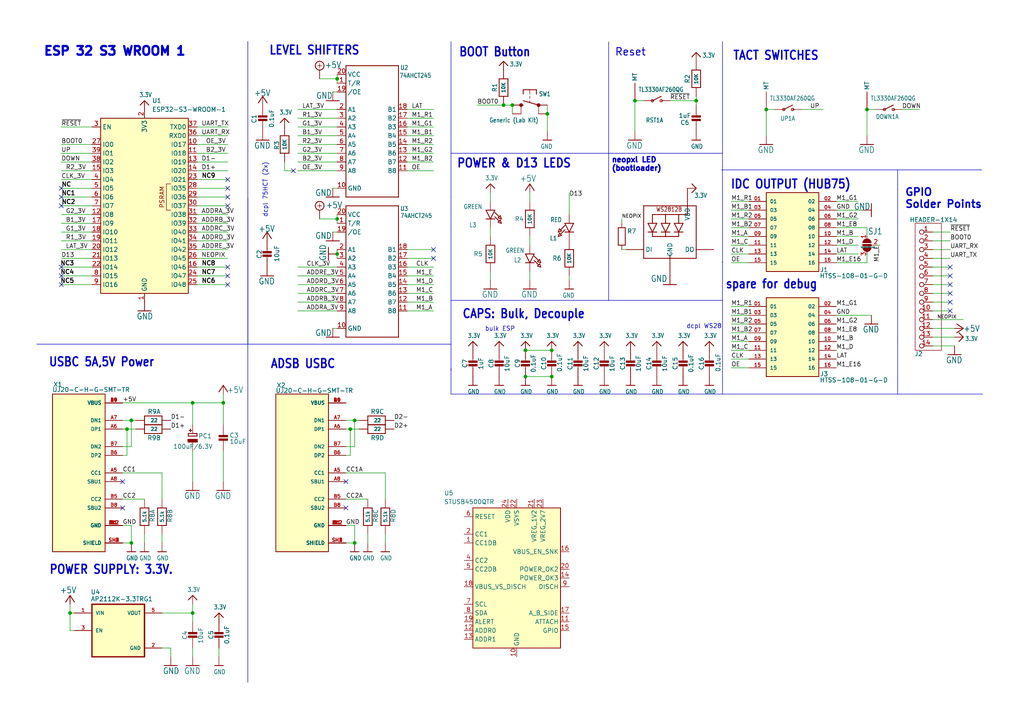
<source format=kicad_sch>
(kicad_sch (version 20231120) (generator "eeschema") (generator_version "8.0")
  (paper "A4")
  (title_block (title "Display Driver") (date "2025-10-05") (rev "1") (company "Aviator") (comment 1 "Reminder: OE, LAT - LOW at boot") (comment 2 "Reminder: BOOT0 - HIGH at reset") (comment 3 "Reminder: 22-100ohm on hub75 if ringing") (comment 5 "Reset Button for flashing") (comment 6 "USB to UART bride") (comment 7 "Generic USBC power input") (comment 8 "Features:") (comment 9 "First Prototype"))
  (junction (at 38.1 157.48))
  (junction (at 201.93 29.21))
  (junction (at 184.15 29.21))
  (junction (at 20.32 177.8))
  (junction (at 158.75 33.02))
  (junction (at 55.88 177.8))
  (junction (at 101.6 124.46))
  (junction (at 102.87 121.92))
  (junction (at 55.88 116.84))
  (junction (at 152.4 101.6))
  (junction (at 36.83 124.46))
  (junction (at 97.79 73.66))
  (junction (at 251.46 31.75))
  (junction (at 146.05 30.48))
  (junction (at 64.77 116.84))
  (junction (at 38.1 121.92))
  (junction (at -60.96 156.21))
  (junction (at 102.87 157.48))
  (junction (at 222.25 31.75))
  (junction (at 152.4 109.22))
  (junction (at 97.79 22.86))
  (junction (at -24.13 115.57))
  (junction (at -30.48 156.21))
  (junction (at 160.02 101.6))
  (junction (at 97.79 63.5))
  (junction (at 160.02 109.22))
  (junction (at 148.59 30.48))
  (no_connect (at 275.59 85.09))
  (no_connect (at 17.78 80.01))
  (no_connect (at 66.04 82.55))
  (no_connect (at 100.33 147.32))
  (no_connect (at 66.04 52.07))
  (no_connect (at 275.59 77.47))
  (no_connect (at 17.78 77.47))
  (no_connect (at 66.04 54.61))
  (no_connect (at 17.78 57.15))
  (no_connect (at 66.04 57.15))
  (no_connect (at 17.78 82.55))
  (no_connect (at 35.56 147.32))
  (no_connect (at 125.73 72.39))
  (no_connect (at -35.56 166.37))
  (no_connect (at 66.04 59.69))
  (no_connect (at 35.56 139.7))
  (no_connect (at 100.33 139.7))
  (no_connect (at 66.04 77.47))
  (no_connect (at 125.73 74.93))
  (no_connect (at -13.97 115.57))
  (no_connect (at 275.59 87.63))
  (no_connect (at 275.59 82.55))
  (no_connect (at 85.09 49.53))
  (no_connect (at 66.04 80.01))
  (no_connect (at -13.97 113.03))
  (no_connect (at 275.59 90.17))
  (no_connect (at 275.59 80.01))
  (no_connect (at 17.78 59.69))
  (no_connect (at 17.78 54.61))
  (wire (pts (xy 224.79 31.75) (xy 222.25 31.75)) (stroke (width 0.1524)))
  (wire (pts (xy 242.57 76.2) (xy 251.46 76.2)) (stroke (width 0.1524)))
  (wire (pts (xy 86.36 87.63) (xy 97.79 87.63)) (stroke (width 0.1524)))
  (wire (pts (xy 86.36 49.53) (xy 97.79 49.53)) (stroke (width 0.1524)))
  (wire (pts (xy 212.09 91.44) (xy 217.17 91.44)) (stroke (width 0.1524)))
  (wire (pts (xy 57.15 80.01) (xy 66.04 80.01)))
  (wire (pts (xy 102.87 121.92) (xy 102.87 129.54)))
  (wire (pts (xy 148.59 30.48) (xy 146.05 30.48)) (stroke (width 0.1524)))
  (wire (pts (xy 270.51 97.79) (xy 276.86 97.79)) (stroke (width 0.1524)))
  (wire (pts (xy 160.02 101.6) (xy 152.4 101.6)) (stroke (width 0.1524)))
  (wire (pts (xy 270.51 69.85) (xy 275.59 69.85)) (stroke (width 0.1524)))
  (wire (pts (xy 17.78 59.69) (xy 26.67 59.69)))
  (wire (pts (xy 153.67 81.28) (xy 153.67 78.74)) (stroke (width 0.1524)))
  (wire (pts (xy 92.71 63.5) (xy 97.79 63.5)) (stroke (width 0.1524)))
  (wire (pts (xy -58.42 166.37) (xy -60.96 166.37)) (stroke (width 0.1524)))
  (wire (pts (xy 46.99 144.78) (xy 46.99 142.24)))
  (wire (pts (xy 212.09 71.12) (xy 217.17 71.12)) (stroke (width 0.1524)))
  (wire (pts (xy 212.09 76.2) (xy 217.17 76.2)) (stroke (width 0.1524)))
  (wire (pts (xy 97.79 64.77) (xy 97.79 63.5)) (stroke (width 0.1524)))
  (wire (pts (xy 100.33 129.54) (xy 102.87 129.54)))
  (wire (pts (xy 194.31 29.21) (xy 201.93 29.21)) (stroke (width 0.1524)))
  (wire (pts (xy 212.09 60.96) (xy 217.17 60.96)) (stroke (width 0.1524)))
  (wire (pts (xy 17.78 67.31) (xy 26.67 67.31)))
  (polyline (pts (xy 176.53 12.1541) (xy 176.53 44.45)))
  (wire (pts (xy 270.51 80.01) (xy 275.59 80.01)) (stroke (width 0.1524)))
  (wire (pts (xy 118.11 90.17) (xy 125.73 90.17)) (stroke (width 0.1524)))
  (polyline (pts (xy 71.882 99.822) (xy 71.882 197.866)))
  (wire (pts (xy -24.13 115.57) (xy -13.97 115.57)) (stroke (width 0.1524)))
  (wire (pts (xy 242.57 73.66) (xy 248.92 73.66)) (stroke (width 0.1524)))
  (wire (pts (xy 92.71 22.86) (xy 97.79 22.86)) (stroke (width 0.1524)))
  (wire (pts (xy 46.99 187.96) (xy 49.53 187.96)) (stroke (width 0.1524)))
  (wire (pts (xy 217.17 63.5) (xy 212.09 63.5)) (stroke (width 0.1524)))
  (wire (pts (xy 180.34 72.39) (xy 181.61 72.39)) (stroke (width 0.1524)))
  (wire (pts (xy 35.56 121.92) (xy 38.1 121.92)) (stroke (width 0.1524)))
  (wire (pts (xy 270.51 90.17) (xy 275.59 90.17)) (stroke (width 0.1524)))
  (wire (pts (xy 57.15 82.55) (xy 66.04 82.55)))
  (polyline (pts (xy 10.668 99.822) (xy 71.882 99.822)))
  (wire (pts (xy 57.15 36.83) (xy 66.04 36.83)))
  (wire (pts (xy 111.76 157.48) (xy 111.76 154.94)))
  (wire (pts (xy -30.48 156.21) (xy -30.48 158.75)) (stroke (width 0.1524)))
  (wire (pts (xy 106.68 154.94) (xy 106.68 157.48)))
  (wire (pts (xy 222.25 31.75) (xy 222.25 39.37)) (stroke (width 0.1524)))
  (wire (pts (xy 146.05 30.48) (xy 138.43 30.48)) (stroke (width 0.1524)))
  (wire (pts (xy 35.56 137.16) (xy 46.99 137.16)) (stroke (width 0.1524)))
  (polyline (pts (xy 260.35 53.34) (xy 260.35 54.864)))
  (wire (pts (xy 39.37 121.92) (xy 38.1 121.92)))
  (polyline (pts (xy 209.55 87.122) (xy 209.55 75.946)))
  (wire (pts (xy 97.79 73.66) (xy 97.79 72.39)))
  (wire (pts (xy 35.56 144.78) (xy 41.91 144.78)) (stroke (width 0.1524)))
  (wire (pts (xy 97.79 72.39) (xy 97.79 73.66)) (stroke (width 0.1524)))
  (wire (pts (xy 57.15 74.93) (xy 66.04 74.93)))
  (wire (pts (xy 118.11 82.55) (xy 125.73 82.55)) (stroke (width 0.1524)))
  (wire (pts (xy 57.15 41.91) (xy 66.04 41.91)))
  (wire (pts (xy 17.78 80.01) (xy 26.67 80.01)))
  (wire (pts (xy 57.15 46.99) (xy 66.04 46.99)))
  (wire (pts (xy 97.79 63.5) (xy 97.79 62.23)) (stroke (width 0.1524)))
  (polyline (pts (xy 260.35 114.3) (xy 209.55 114.3)))
  (wire (pts (xy 270.51 72.39) (xy 275.59 72.39)) (stroke (width 0.1524)))
  (wire (pts (xy -30.48 153.67) (xy -30.48 156.21)) (stroke (width 0.1524)))
  (polyline (pts (xy 130.81 57.15) (xy 130.81 107.442)))
  (wire (pts (xy -43.18 125.73) (xy -36.83 125.73)) (stroke (width 0.1524)))
  (wire (pts (xy 17.78 64.77) (xy 26.67 64.77)))
  (wire (pts (xy -31.75 123.19) (xy -31.75 127)) (stroke (width 0.1524)))
  (wire (pts (xy 242.57 71.12) (xy 248.92 71.12)) (stroke (width 0.1524)))
  (wire (pts (xy 57.15 39.37) (xy 66.04 39.37)))
  (wire (pts (xy 100.33 124.46) (xy 101.6 124.46)) (stroke (width 0.1524)))
  (wire (pts (xy 270.51 82.55) (xy 275.59 82.55)) (stroke (width 0.1524)))
  (wire (pts (xy 20.32 177.8) (xy 21.59 177.8)))
  (polyline (pts (xy 209.55 12.065) (xy 209.55 44.45)))
  (polyline (pts (xy 71.882 57.404) (xy 71.882 99.822)))
  (wire (pts (xy 118.11 72.39) (xy 125.73 72.39)) (stroke (width 0.1524)))
  (wire (pts (xy -43.18 118.11) (xy -35.56 118.11)) (stroke (width 0.1524)))
  (wire (pts (xy 100.33 144.78) (xy 106.68 144.78)) (stroke (width 0.1524)))
  (wire (pts (xy 57.15 54.61) (xy 66.04 54.61)))
  (wire (pts (xy 57.15 72.39) (xy 66.04 72.39)))
  (wire (pts (xy 270.51 92.71) (xy 279.4 92.71)) (stroke (width 0.1524)))
  (wire (pts (xy -30.48 166.37) (xy -30.48 168.91)) (stroke (width 0.1524)))
  (wire (pts (xy 17.78 62.23) (xy 26.67 62.23)))
  (wire (pts (xy 153.67 58.42) (xy 153.67 55.88)) (stroke (width 0.1524)))
  (wire (pts (xy -43.18 115.57) (xy -24.13 115.57)) (stroke (width 0.1524)))
  (wire (pts (xy 100.33 121.92) (xy 102.87 121.92)) (stroke (width 0.1524)))
  (polyline (pts (xy 260.35 114.3) (xy 284.988 114.3)))
  (polyline (pts (xy 209.55 114.3) (xy 130.81 114.3)))
  (wire (pts (xy 82.55 49.53) (xy 85.09 49.53)))
  (polyline (pts (xy 71.882 12.954) (xy 71.882 99.822)))
  (wire (pts (xy 152.4 109.22) (xy 160.02 109.22)) (stroke (width 0.1524)))
  (wire (pts (xy 57.15 64.77) (xy 66.04 64.77)))
  (wire (pts (xy -43.18 123.19) (xy -31.75 123.19)) (stroke (width 0.1524)))
  (wire (pts (xy 212.09 101.6) (xy 217.17 101.6)) (stroke (width 0.1524)))
  (wire (pts (xy -19.05 168.91) (xy -19.05 166.37)) (stroke (width 0.1524)))
  (wire (pts (xy 35.56 129.54) (xy 38.1 129.54)))
  (wire (pts (xy 55.88 175.26) (xy 55.88 177.8)) (stroke (width 0.1524)))
  (wire (pts (xy 217.17 73.66) (xy 212.09 73.66)) (stroke (width 0.1524)))
  (wire (pts (xy 35.56 116.84) (xy 55.88 116.84)) (stroke (width 0.1524)))
  (wire (pts (xy -43.18 120.65) (xy -35.56 120.65)) (stroke (width 0.1524)))
  (wire (pts (xy 35.56 157.48) (xy 38.1 157.48)))
  (wire (pts (xy 242.57 68.58) (xy 248.92 68.58)) (stroke (width 0.1524)))
  (wire (pts (xy 20.32 175.26) (xy 20.32 177.8)) (stroke (width 0.1524)))
  (polyline (pts (xy 176.53 44.45) (xy 176.53 76.2)))
  (wire (pts (xy 96.52 95.25) (xy 97.79 95.25)) (stroke (width 0.1524)))
  (wire (pts (xy 153.67 71.12) (xy 153.67 68.58)) (stroke (width 0.1524)))
  (wire (pts (xy -36.83 134.62) (xy -36.83 138.43)) (stroke (width 0.1524)))
  (wire (pts (xy 104.14 121.92) (xy 102.87 121.92)))
  (wire (pts (xy 125.73 34.29) (xy 118.11 34.29)) (stroke (width 0.1524)))
  (wire (pts (xy 57.15 69.85) (xy 66.04 69.85)))
  (wire (pts (xy 63.5 190.5) (xy 63.5 187.96)) (stroke (width 0.1524)))
  (wire (pts (xy 242.57 58.42) (xy 248.92 58.42)) (stroke (width 0.1524)))
  (wire (pts (xy 142.24 55.88) (xy 142.24 58.42)) (stroke (width 0.1524)))
  (wire (pts (xy 261.62 31.75) (xy 266.7 31.75)) (stroke (width 0.1524)))
  (wire (pts (xy -60.96 166.37) (xy -60.96 168.91)) (stroke (width 0.1524)))
  (wire (pts (xy 184.15 29.21) (xy 184.15 38.1)) (stroke (width 0.1524)))
  (wire (pts (xy 41.91 157.48) (xy 41.91 154.94)))
  (wire (pts (xy 100.33 132.08) (xy 101.6 132.08)))
  (wire (pts (xy 86.36 31.75) (xy 97.79 31.75)) (stroke (width 0.1524)))
  (polyline (pts (xy 71.882 99.822) (xy 130.81 99.822)))
  (wire (pts (xy 17.78 74.93) (xy 26.67 74.93)))
  (polyline (pts (xy 260.35 98.806) (xy 260.35 54.864)))
  (wire (pts (xy 118.11 80.01) (xy 125.73 80.01)) (stroke (width 0.1524)))
  (wire (pts (xy -35.56 156.21) (xy -30.48 156.21)) (stroke (width 0.1524)))
  (wire (pts (xy 57.15 77.47) (xy 66.04 77.47)))
  (wire (pts (xy 212.09 106.68) (xy 217.17 106.68)) (stroke (width 0.1524)))
  (wire (pts (xy 86.36 90.17) (xy 97.79 90.17)) (stroke (width 0.1524)))
  (wire (pts (xy 86.36 44.45) (xy 97.79 44.45)) (stroke (width 0.1524)))
  (wire (pts (xy 57.15 57.15) (xy 66.04 57.15)))
  (wire (pts (xy 254 31.75) (xy 251.46 31.75)) (stroke (width 0.1524)))
  (wire (pts (xy 212.09 96.52) (xy 217.17 96.52)) (stroke (width 0.1524)))
  (wire (pts (xy 55.88 116.84) (xy 55.88 123.19)) (stroke (width 0.1524)))
  (wire (pts (xy 125.73 49.53) (xy 118.11 49.53)) (stroke (width 0.1524)))
  (wire (pts (xy 55.88 187.96) (xy 55.88 190.5)) (stroke (width 0.1524)))
  (wire (pts (xy 270.51 67.31) (xy 275.59 67.31)) (stroke (width 0.1524)))
  (wire (pts (xy 97.79 24.13) (xy 97.79 22.86)) (stroke (width 0.1524)))
  (wire (pts (xy 57.15 59.69) (xy 66.04 59.69)))
  (wire (pts (xy 118.11 87.63) (xy 125.73 87.63)) (stroke (width 0.1524)))
  (polyline (pts (xy 176.53 87.122) (xy 176.53 76.2)))
  (polyline (pts (xy 209.55 87.122) (xy 209.55 114.3)))
  (wire (pts (xy 17.78 69.85) (xy 26.67 69.85)))
  (wire (pts (xy 201.93 27.94) (xy 201.93 29.21)))
  (wire (pts (xy 242.57 91.44) (xy 252.73 91.44)) (stroke (width 0.1524)))
  (wire (pts (xy 57.15 52.07) (xy 66.04 52.07)))
  (wire (pts (xy 38.1 152.4) (xy 35.56 152.4)) (stroke (width 0.1524)))
  (wire (pts (xy 64.77 116.84) (xy 64.77 123.19)) (stroke (width 0.1524)))
  (wire (pts (xy 82.55 46.99) (xy 82.55 49.53)))
  (wire (pts (xy 57.15 44.45) (xy 66.04 44.45)))
  (wire (pts (xy 242.57 60.96) (xy 250.19 60.96)) (stroke (width 0.1524)))
  (wire (pts (xy 17.78 49.53) (xy 26.67 49.53)))
  (wire (pts (xy 96.52 67.31) (xy 97.79 67.31)) (stroke (width 0.1524)))
  (wire (pts (xy 270.51 100.33) (xy 276.86 100.33)) (stroke (width 0.1524)))
  (wire (pts (xy 102.87 152.4) (xy 100.33 152.4)) (stroke (width 0.1524)))
  (wire (pts (xy 38.1 121.92) (xy 38.1 129.54)))
  (wire (pts (xy -41.91 135.89) (xy -41.91 138.43)) (stroke (width 0.1524)))
  (wire (pts (xy 17.78 44.45) (xy 26.67 44.45)))
  (wire (pts (xy 55.88 130.81) (xy 55.88 139.7)) (stroke (width 0.1524)))
  (wire (pts (xy 100.33 137.16) (xy 111.76 137.16)) (stroke (width 0.1524)))
  (wire (pts (xy 158.75 30.48) (xy 158.75 33.02)) (stroke (width 0.1524)))
  (polyline (pts (xy 130.81 87.122) (xy 176.53 87.122)))
  (wire (pts (xy 49.53 187.96) (xy 49.53 190.5)) (stroke (width 0.1524)))
  (polyline (pts (xy 209.296 49.276) (xy 284.226 49.276)))
  (wire (pts (xy 125.73 36.83) (xy 118.11 36.83)) (stroke (width 0.1524)))
  (wire (pts (xy -60.96 156.21) (xy -58.42 156.21)) (stroke (width 0.1524)))
  (wire (pts (xy 118.11 85.09) (xy 125.73 85.09)) (stroke (width 0.1524)))
  (wire (pts (xy 96.52 54.61) (xy 97.79 54.61)) (stroke (width 0.1524)))
  (wire (pts (xy 97.79 73.66) (xy 97.79 74.93)) (stroke (width 0.1524)))
  (wire (pts (xy 270.51 74.93) (xy 275.59 74.93)) (stroke (width 0.1524)))
  (wire (pts (xy 270.51 77.47) (xy 275.59 77.47)) (stroke (width 0.1524)))
  (wire (pts (xy 217.17 58.42) (xy 212.09 58.42)) (stroke (width 0.1524)))
  (wire (pts (xy 17.78 52.07) (xy 26.67 52.07)))
  (wire (pts (xy 35.56 124.46) (xy 36.83 124.46)) (stroke (width 0.1524)))
  (wire (pts (xy 86.36 82.55) (xy 97.79 82.55)) (stroke (width 0.1524)))
  (wire (pts (xy 17.78 77.47) (xy 26.67 77.47)))
  (polyline (pts (xy 284.226 49.276) (xy 284.7317 49.2823)))
  (wire (pts (xy 57.15 67.31) (xy 66.04 67.31)))
  (wire (pts (xy 158.75 33.02) (xy 158.75 38.1)) (stroke (width 0.1524)))
  (wire (pts (xy 118.11 77.47) (xy 125.73 77.47)) (stroke (width 0.1524)))
  (wire (pts (xy 86.36 34.29) (xy 97.79 34.29)) (stroke (width 0.1524)))
  (wire (pts (xy 118.11 31.75) (xy 125.73 31.75)) (stroke (width 0.1524)))
  (wire (pts (xy 180.34 63.5) (xy 180.34 64.77)))
  (wire (pts (xy 111.76 137.16) (xy 111.76 144.78)) (stroke (width 0.1524)))
  (wire (pts (xy 270.51 85.09) (xy 275.59 85.09)) (stroke (width 0.1524)))
  (wire (pts (xy 101.6 132.08) (xy 101.6 124.46)))
  (wire (pts (xy 102.87 157.48) (xy 102.87 152.4)) (stroke (width 0.1524)))
  (polyline (pts (xy 209.55 44.45) (xy 209.55 76.2)))
  (wire (pts (xy -58.42 161.29) (xy -60.96 161.29)) (stroke (width 0.1524)))
  (wire (pts (xy 217.17 88.9) (xy 212.09 88.9)) (stroke (width 0.1524)))
  (wire (pts (xy 270.51 87.63) (xy 275.59 87.63)) (stroke (width 0.1524)))
  (wire (pts (xy -36.83 125.73) (xy -36.83 127)) (stroke (width 0.1524)))
  (wire (pts (xy -13.97 115.57) (xy -13.97 120.65)) (stroke (width 0.1524)))
  (wire (pts (xy 86.36 80.01) (xy 97.79 80.01)) (stroke (width 0.1524)))
  (wire (pts (xy 142.24 78.74) (xy 142.24 81.28)) (stroke (width 0.1524)))
  (wire (pts (xy 125.73 39.37) (xy 118.11 39.37)) (stroke (width 0.1524)))
  (wire (pts (xy 17.78 36.83) (xy 26.67 36.83)))
  (wire (pts (xy 125.73 44.45) (xy 118.11 44.45)) (stroke (width 0.1524)))
  (polyline (pts (xy 209.55 44.45) (xy 130.81 44.45)))
  (wire (pts (xy 46.99 177.8) (xy 55.88 177.8)) (stroke (width 0.1524)))
  (polyline (pts (xy 130.81 12.065) (xy 130.81 57.15)))
  (wire (pts (xy 86.36 77.47) (xy 97.79 77.47)) (stroke (width 0.1524)))
  (wire (pts (xy -24.13 115.57) (xy -24.13 120.65)) (stroke (width 0.1524)))
  (wire (pts (xy 118.11 41.91) (xy 125.73 41.91)) (stroke (width 0.1524)))
  (wire (pts (xy 86.36 36.83) (xy 97.79 36.83)) (stroke (width 0.1524)))
  (wire (pts (xy 17.78 54.61) (xy 26.67 54.61)))
  (wire (pts (xy -13.97 128.27) (xy -13.97 138.43)) (stroke (width 0.1524)))
  (wire (pts (xy 35.56 132.08) (xy 36.83 132.08)))
  (wire (pts (xy 36.83 124.46) (xy 39.37 124.46)))
  (wire (pts (xy 46.99 137.16) (xy 46.99 142.24)) (stroke (width 0.1524)))
  (wire (pts (xy 217.17 68.58) (xy 212.09 68.58)) (stroke (width 0.1524)))
  (wire (pts (xy 17.78 72.39) (xy 26.67 72.39)))
  (polyline (pts (xy 260.35 98.806) (xy 260.35 114.3)))
  (wire (pts (xy 20.32 182.88) (xy 21.59 182.88)))
  (wire (pts (xy -60.96 153.67) (xy -60.96 156.21)) (stroke (width 0.1524)))
  (wire (pts (xy 64.77 130.81) (xy 64.77 139.7)) (stroke (width 0.1524)))
  (wire (pts (xy 20.32 177.8) (xy 20.32 182.88)) (stroke (width 0.1524)))
  (wire (pts (xy 232.41 31.75) (xy 238.76 31.75)) (stroke (width 0.1524)))
  (wire (pts (xy -31.75 134.62) (xy -31.75 138.43)) (stroke (width 0.1524)))
  (wire (pts (xy 57.15 49.53) (xy 66.04 49.53)))
  (wire (pts (xy 251.46 73.66) (xy 251.46 76.2)) (stroke (width 0.1524)))
  (wire (pts (xy 86.36 46.99) (xy 97.79 46.99)) (stroke (width 0.1524)))
  (wire (pts (xy 217.17 99.06) (xy 212.09 99.06)) (stroke (width 0.1524)))
  (wire (pts (xy 217.17 93.98) (xy 212.09 93.98)) (stroke (width 0.1524)))
  (wire (pts (xy 86.36 39.37) (xy 97.79 39.37)) (stroke (width 0.1524)))
  (wire (pts (xy 118.11 74.93) (xy 125.73 74.93)) (stroke (width 0.1524)))
  (wire (pts (xy 55.88 116.84) (xy 64.77 116.84)) (stroke (width 0.1524)))
  (polyline (pts (xy 260.35 49.276) (xy 260.35 53.34)))
  (wire (pts (xy 201.93 29.21) (xy 201.93 30.48)) (stroke (width 0.1524)))
  (wire (pts (xy 270.51 95.25) (xy 276.86 95.25)) (stroke (width 0.1524)))
  (wire (pts (xy 142.24 68.58) (xy 142.24 66.04)) (stroke (width 0.1524)))
  (wire (pts (xy 251.46 31.75) (xy 251.46 39.37)) (stroke (width 0.1524)))
  (wire (pts (xy 17.78 46.99) (xy 26.67 46.99)))
  (wire (pts (xy 242.57 66.04) (xy 251.46 66.04)) (stroke (width 0.1524)))
  (wire (pts (xy -60.96 161.29) (xy -60.96 156.21)) (stroke (width 0.1524)))
  (wire (pts (xy 184.15 29.21) (xy 186.69 29.21)) (stroke (width 0.1524)))
  (wire (pts (xy 86.36 41.91) (xy 97.79 41.91)) (stroke (width 0.1524)))
  (polyline (pts (xy 71.882 12.954) (xy 71.882 12.0085)))
  (wire (pts (xy 64.77 116.84) (xy 64.77 114.3)) (stroke (width 0.1524)))
  (wire (pts (xy 36.83 132.08) (xy 36.83 124.46)))
  (wire (pts (xy 100.33 157.48) (xy 102.87 157.48)))
  (wire (pts (xy 17.78 57.15) (xy 26.67 57.15)))
  (wire (pts (xy 242.57 63.5) (xy 248.92 63.5)) (stroke (width 0.1524)))
  (wire (pts (xy 55.88 177.8) (xy 55.88 180.34)) (stroke (width 0.1524)))
  (polyline (pts (xy 130.81 114.3) (xy 130.81 106.934)))
  (wire (pts (xy 148.59 30.48) (xy 148.59 33.02)) (stroke (width 0.1524)))
  (wire (pts (xy 17.78 41.91) (xy 26.67 41.91)))
  (wire (pts (xy 165.1 81.28) (xy 165.1 80.01)))
  (wire (pts (xy -43.18 135.89) (xy -41.91 135.89)) (stroke (width 0.1524)))
  (wire (pts (xy 38.1 157.48) (xy 38.1 152.4)) (stroke (width 0.1524)))
  (polyline (pts (xy 77.47 12.0085) (xy 77.5176 12.0085)))
  (wire (pts (xy 212.09 66.04) (xy 217.17 66.04)) (stroke (width 0.1524)))
  (wire (pts (xy 57.15 62.23) (xy 66.04 62.23)))
  (wire (pts (xy 118.11 46.99) (xy 125.73 46.99)) (stroke (width 0.1524)))
  (wire (pts (xy 254 71.12) (xy 255.27 71.12)))
  (wire (pts (xy 251.46 66.04) (xy 251.46 68.58)) (stroke (width 0.1524)))
  (wire (pts (xy 97.79 22.86) (xy 97.79 21.59)) (stroke (width 0.1524)))
  (wire (pts (xy 101.6 124.46) (xy 104.14 124.46)))
  (wire (pts (xy 17.78 82.55) (xy 26.67 82.55)))
  (wire (pts (xy 165.1 55.88) (xy 165.1 62.23)) (stroke (width 0.1524)))
  (wire (pts (xy 217.17 104.14) (xy 212.09 104.14)) (stroke (width 0.1524)))
  (wire (pts (xy 86.36 85.09) (xy 97.79 85.09)) (stroke (width 0.1524)))
  (wire (pts (xy 96.52 26.67) (xy 97.79 26.67)) (stroke (width 0.1524)))
  (polyline (pts (xy 176.53 87.122) (xy 209.55 87.122)))
  (wire (pts (xy 46.99 157.48) (xy 46.99 154.94)))
  (wire (pts (xy -24.13 128.27) (xy -24.13 138.43)) (stroke (width 0.1524)))
  (text "ESP 32 S3 WROOM 1" (at 33.274 14.986 0) (effects (font (size 2.54 2.54) (thickness 2.54) (bold yes))))
  (text "USBC 5A,5V Power" (at 29.464 105.156 0) (effects (font (size 2.54 2.159) (thickness 0.4318) (bold yes))))
  (text "bulk ESP" (exclude_from_sim yes) (at 145.034 95.504 0) (effects (font (size 1.27 1.27))))
  (text "IDC OUTPUT (HUB75)\n" (at 229.362 53.594 0) (effects (font (size 2.54 2.159) (thickness 0.4318) (bold yes))))
  (text "POWER & D13 LEDS" (at 149.098 47.498 0) (effects (font (size 2.54 2.159) (thickness 0.4318) (bold yes))))
  (text "BOOT Button" (at 143.51 15.24 0) (effects (font (size 2.54 2.159) (thickness 0.4318) (bold yes))))
  (text "CAPS: Bulk, Decouple\n" (at 151.892 91.186 0) (effects (font (size 2.54 2.159) (thickness 0.4318) (bold yes))))
  (text "dcpl 75HCT (2x)\n" (at 76.962 55.118 90) (effects (font (size 1.27 1.27))))
  (text "dcpl WS28\n" (at 204.216 94.742 0) (effects (font (size 1.27 1.27))))
  (text "LEVEL SHIFTERS" (at 91.186 14.732 0) (effects (font (size 2.54 2.159) (thickness 0.4318) (bold yes))))
  (text "spare for debug" (at 223.774 82.55 0) (effects (font (size 2.54 2.159) (thickness 0.4318) (bold yes))))
  (text "GPIO\nSolder Points\n" (at 262.382 57.658 0) (effects (font (size 2.159 2.159) (thickness 0.4318) (bold yes)) (justify left)))
  (text "TACT SWITCHES" (at 225.044 16.256 0) (effects (font (size 2.54 2.159) (thickness 0.4318) (bold yes))))
  (text "POWER SUPPLY: 3.3V." (at 32.258 165.354 0) (effects (font (size 2.54 2.159) (thickness 0.4318) (bold yes))))
  (text "neopxl LED \n(bootloader)\n" (at 177.292 47.752 0) (effects (font (size 1.524 1.524) (thickness 0.4318) (bold yes)) (justify left)))
  (text "ADSB USBC" (at 87.884 105.664 0) (effects (font (size 2.54 2.159) (thickness 0.4318) (bold yes))))
  (text "Reset" (at 187.452 13.97 0) (effects (font (size 2.159 2.159) (thickness 0.2699)) (justify right top)))
  (label "B2_3V" (at 87.63 46.99 0) (effects (font (size 1.2446 1.2446))))
  (label "G2_3V" (at 19.05 62.23 0) (effects (font (size 1.2446 1.2446))))
  (label "M1_E16" (at 242.57 106.68 0) (effects (font (size 1.2446 1.2446))))
  (label "ADDRC_3V" (at 58.42 67.31 0))
  (label "+5V" (at 35.56 116.84 0) (effects (font (size 1.2446 1.2446))))
  (label "ADDRD_3V" (at 58.42 69.85 0))
  (label "NC6" (at 58.42 82.55 0) (effects (font (thickness 0.254) (bold yes))))
  (label "LAT_3V" (at 87.63 31.75 0) (effects (font (size 1.2446 1.2446))))
  (label "GND" (at 242.57 60.96 0) (effects (font (size 1.2446 1.2446))))
  (label "NC4" (at 21.59 80.01 180) (effects (font (thickness 0.254) (bold yes))))
  (label "NC3" (at 21.59 77.47 180) (effects (font (thickness 0.254) (bold yes))))
  (label "M1_R1" (at 212.09 88.9 0) (effects (font (size 1.2446 1.2446))))
  (label "D13" (at 165.1 57.15 0) (effects (font (size 1.2446 1.2446))))
  (label "M1_G1" (at 242.57 58.42 0) (effects (font (size 1.2446 1.2446))))
  (label "M1_G1" (at 119.38 36.83 0) (effects (font (size 1.2446 1.2446))))
  (label "M1_B1" (at 212.09 91.44 0) (effects (font (size 1.2446 1.2446))))
  (label "OE_3V" (at 87.63 49.53 0) (effects (font (size 1.2446 1.2446))))
  (label "UP" (at 17.78 44.45 0) (effects (font (size 1.2446 1.2446))))
  (label "CLK_3V" (at 88.9 77.47 0) (effects (font (size 1.2446 1.2446))))
  (label "NEOPIX" (at 180.34 63.5 0) (effects (font (size 1.016 1.016))))
  (label "M1_D" (at 120.65 82.55 0) (effects (font (size 1.2446 1.2446))))
  (label "M1_B2" (at 212.09 66.04 0) (effects (font (size 1.2446 1.2446))))
  (label "ADDRE_3V" (at 58.42 72.39 0))
  (label "R2_3V" (at 19.05 49.53 0))
  (label "ADDRA_3V" (at 58.42 62.23 0))
  (label "D2+" (at 114.3 124.46 0) (effects (font (size 1.2446 1.2446))))
  (label "NC2" (at 17.78 59.69 0) (effects (font (thickness 0.254) (bold yes))))
  (label "BOOT0" (at 17.78 41.91 0) (effects (font (size 1.2446 1.2446))))
  (label "M1_B1" (at 119.38 39.37 0) (effects (font (size 1.2446 1.2446))))
  (label "M1_R2" (at 212.09 93.98 0) (effects (font (size 1.2446 1.2446))))
  (label "M1_A" (at 212.09 99.06 0) (effects (font (size 1.2446 1.2446))))
  (label "M1_G2" (at 242.57 63.5 0) (effects (font (size 1.2446 1.2446))))
  (label "B2_3V" (at 59.69 44.45 0) (effects (font (size 1.2446 1.2446))))
  (label "M1_C" (at 212.09 101.6 0) (effects (font (size 1.2446 1.2446))))
  (label "M1_B2" (at 212.09 96.52 0) (effects (font (size 1.2446 1.2446))))
  (label "ADDRB_3V" (at 58.42 64.77 0))
  (label "M1_E" (at 255.27 71.12 270) (effects (font (size 1.2446 1.2446))))
  (label "NC9" (at 58.42 52.07 0) (effects (font (thickness 0.254) (bold yes))))
  (label "M1_A" (at 212.09 68.58 0) (effects (font (size 1.2446 1.2446))))
  (label "NEOPIX" (at 271.78 92.71 0) (effects (font (size 1.016 1.016))))
  (label "CC2" (at 35.56 144.78 0) (effects (font (size 1.2446 1.2446))))
  (label "M1_G1" (at 242.57 88.9 0) (effects (font (size 1.2446 1.2446))))
  (label "G1_3V" (at 19.05 67.31 0) (effects (font (size 1.2446 1.2446))))
  (label "CLK" (at 212.09 104.14 0) (effects (font (size 1.2446 1.2446))))
  (label "CC1" (at 35.56 137.16 0) (effects (font (size 1.2446 1.2446))))
  (label "ADDRC_3V" (at 88.9 85.09 0) (effects (font (size 1.2446 1.2446))))
  (label "UART_RX" (at 58.42 39.37 0))
  (label "D1+." (at -43.18 118.11 0) (effects (font (size 1.2446 1.2446))))
  (label "NC7" (at 58.42 80.01 0) (effects (font (thickness 0.254) (bold yes))))
  (label "CC1A" (at 100.33 137.16 0) (effects (font (size 1.2446 1.2446))))
  (label "D1+" (at 58.42 49.53 0))
  (label "~{RESET}" (at 275.59 67.31 0) (effects (font (size 1.2446 1.2446))))
  (label "D1+" (at 49.53 124.46 0) (effects (font (size 1.2446 1.2446))))
  (label "CC2." (at -43.18 125.73 0) (effects (font (size 1.2446 1.2446))))
  (label "M1_B" (at 120.65 87.63 0) (effects (font (size 1.2446 1.2446))))
  (label "M1_R2" (at 119.38 41.91 0) (effects (font (size 1.2446 1.2446))))
  (label "NC1" (at 17.78 57.15 0) (effects (font (thickness 0.254) (bold yes))))
  (label "M1_E8" (at 242.57 66.04 0) (effects (font (size 1.2446 1.2446))))
  (label "OE_3V" (at 59.69 41.91 0) (effects (font (size 1.2446 1.2446))))
  (label "OE" (at 119.38 49.53 0) (effects (font (size 1.2446 1.2446))))
  (label "M1_C" (at 212.09 71.12 0) (effects (font (size 1.2446 1.2446))))
  (label "UART_TX" (at 58.42 36.83 0))
  (label "GND." (at -43.18 135.89 0) (effects (font (size 1.2446 1.2446))))
  (label "CC2A" (at 100.33 144.78 0) (effects (font (size 1.2446 1.2446))))
  (label "M1_B2" (at 119.38 46.99 0) (effects (font (size 1.2446 1.2446))))
  (label "LAT_3V" (at 19.05 72.39 0) (effects (font (size 1.2446 1.2446))))
  (label "GND" (at 242.57 91.44 0) (effects (font (size 1.2446 1.2446))))
  (label "D1-." (at -43.18 120.65 0) (effects (font (size 1.2446 1.2446))))
  (label "BOOT0" (at 275.59 69.85 0) (effects (font (size 1.2446 1.2446))))
  (label "M1_E16" (at 242.57 76.2 0) (effects (font (size 1.2446 1.2446))))
  (label "D13" (at 17.78 74.93 0) (effects (font (size 1.2446 1.2446))))
  (label "R1_3V" (at 87.63 34.29 0) (effects (font (size 1.2446 1.2446))))
  (label "OE" (at 212.09 76.2 0) (effects (font (size 1.2446 1.2446))))
  (label "M1_D" (at 242.57 71.12 0) (effects (font (size 1.2446 1.2446))))
  (label "D1-" (at 58.42 46.99 0))
  (label "D1-" (at 49.53 121.92 0) (effects (font (size 1.2446 1.2446))))
  (label "G1_3V" (at 87.63 36.83 0) (effects (font (size 1.2446 1.2446))))
  (label "CLK_3V" (at 17.78 52.07 0) (effects (font (size 1.2446 1.2446))))
  (label "LAT" (at 242.57 73.66 0) (effects (font (size 1.2446 1.2446))))
  (label "M1_C" (at 120.65 85.09 0) (effects (font (size 1.2446 1.2446))))
  (label "BOOT0" (at 138.43 30.48 0) (effects (font (size 1.2446 1.2446))))
  (label "CC1." (at -43.18 123.19 0) (effects (font (size 1.2446 1.2446))))
  (label "M1_R2" (at 212.09 63.5 0) (effects (font (size 1.2446 1.2446))))
  (label "UP" (at 234.95 31.75 0) (effects (font (size 1.2446 1.2446))))
  (label "OE" (at 212.09 106.68 0) (effects (font (size 1.2446 1.2446))))
  (label "~{RESET}" (at 17.78 36.83 0) (effects (font (size 1.2446 1.2446))))
  (label "DOWN" (at 17.78 46.99 0) (effects (font (size 1.2446 1.2446))))
  (label "NEOPIX" (at 58.42 74.93 0) (effects (font (size 1.2446 1.2446))))
  (label "M1_G2" (at 119.38 44.45 0) (effects (font (size 1.2446 1.2446))))
  (label "D2-" (at 114.3 121.92 0) (effects (font (size 1.2446 1.2446))))
  (label "M1_B1" (at 212.09 60.96 0) (effects (font (size 1.2446 1.2446))))
  (label "M1_R1" (at 212.09 58.42 0) (effects (font (size 1.2446 1.2446))))
  (label "M1_E8" (at 242.57 96.52 0) (effects (font (size 1.2446 1.2446))))
  (label "NC8" (at 58.42 77.47 0) (effects (font (thickness 0.254) (bold yes))))
  (label "B1_3V" (at 19.05 64.77 0) (effects (font (size 1.2446 1.2446))))
  (label "LAT" (at 119.38 31.75 0) (effects (font (size 1.2446 1.2446))))
  (label "M1_B" (at 242.57 99.06 0) (effects (font (size 1.2446 1.2446))))
  (label "M1_B" (at 242.57 68.58 0) (effects (font (size 1.2446 1.2446))))
  (label "CLK" (at 120.65 77.47 0) (effects (font (size 1.2446 1.2446))))
  (label "NC5" (at 21.59 82.55 180) (effects (font (thickness 0.254) (bold yes))))
  (label "LAT" (at 242.57 104.14 0) (effects (font (size 1.2446 1.2446))))
  (label "M1_D" (at 242.57 101.6 0) (effects (font (size 1.2446 1.2446))))
  (label "M1_G2" (at 242.57 93.98 0) (effects (font (size 1.2446 1.2446))))
  (label "+5V." (at -43.18 115.57 0) (effects (font (size 1.2446 1.2446))))
  (label "M1_R1" (at 119.38 34.29 0) (effects (font (size 1.2446 1.2446))))
  (label "UART_TX" (at 275.59 74.93 0) (effects (font (size 1.2446 1.2446))))
  (label "R1_3V" (at 19.05 69.85 0))
  (label "CLK" (at 212.09 73.66 0) (effects (font (size 1.2446 1.2446))))
  (label "DOWN" (at 261.62 31.75 0) (effects (font (size 1.2446 1.2446))))
  (label "NC" (at 17.78 54.61 0) (effects (font (thickness 0.254) (bold yes))))
  (label "ADDRE_3V" (at 88.9 80.01 0) (effects (font (size 1.2446 1.2446))))
  (label "~{RESET}" (at 194.31 29.21 0) (effects (font (size 1.2446 1.2446))))
  (label "GND" (at 35.56 152.4 0) (effects (font (size 1.2446 1.2446))))
  (label "GND" (at 100.33 152.4 0) (effects (font (size 1.2446 1.2446))))
  (label "ADDRD_3V" (at 88.9 82.55 0) (effects (font (size 1.2446 1.2446))))
  (label "M1_E" (at 120.65 80.01 0) (effects (font (size 1.2446 1.2446))))
  (label "ADDRB_3V" (at 88.9 87.63 0) (effects (font (size 1.2446 1.2446))))
  (label "M1_A" (at 120.65 90.17 0) (effects (font (size 1.2446 1.2446))))
  (label "UART_RX" (at 275.59 72.39 0) (effects (font (size 1.2446 1.2446))))
  (label "B1_3V" (at 87.63 39.37 0) (effects (font (size 1.2446 1.2446))))
  (label "R2_3V" (at 87.63 41.91 0) (effects (font (size 1.2446 1.2446))))
  (label "G2_3V" (at 87.63 44.45 0) (effects (font (size 1.2446 1.2446))))
  (label "ADDRA_3V" (at 88.9 90.17 0) (effects (font (size 1.2446 1.2446))))
  (symbol (lib_id "AP2112K-3.3TRG1:AP2112K-3.3TRG1") (at 34.29 182.88 0) (unit 1)
    (property "Reference" "U4" (at 27.686 171.704 0))
    (property "Value" "AP2112K-3.3TRG1" (at 35.306 173.736 0))
    (property "Footprint" "DisplayDriver:SOT95P285X140-5N" (effects (hide yes)))
    (property "MF" "Diodes Inc." (effects (hide yes)))
    (property "Description_1" "\n                        \n                            Voltage Regulators, LDO, 600mA CMOS LDO 50mA 3.3V 250mV | Diodes Inc AP2112K-3.3TRG1\n                        \n" (effects (hide yes)))
    (property "Package" "SOT-753 Diodes Inc." (effects (hide yes)))
    (property "Price" "None" (effects (hide yes)))
    (property "Check_prices" "https://www.snapeda.com/parts/AP2112K-3.3TRG1/Diodes+Inc./view-part/?ref=eda" (effects (hide yes)))
    (property "PARTREV" "2-2" (effects (hide yes)))
    (property "SnapEDA_Link" "https://www.snapeda.com/parts/AP2112K-3.3TRG1/Diodes+Inc./view-part/?ref=snap" (effects (hide yes)))
    (property "MP" "AP2112K-3.3TRG1" (effects (hide yes)))
    (property "Availability" "In Stock" (effects (hide yes)))
    (property "MANUFACTURER" "Diodes Inc." (effects (hide yes)))
  )
  (symbol (lib_id "Adafruit MatrixPortal S3-eagle-import:supply1_GND") (at 96.52 29.21 0) (mirror y) (unit 1)
    (property "Reference" "#GND05" (effects (hide yes)))
    (property "Value" "GND" (at 96.52 28.702 0) (effects (font (size 1.778 1.5113)) (justify left bottom)))
  )
  (symbol (lib_id "Adafruit MatrixPortal S3-eagle-import:3.3V") (at 63.5 177.8 0) (unit 1)
    (property "Reference" "#U$044" (effects (hide yes)))
    (property "Value" "3.3V" (at 61.976 176.784 0) (effects (font (size 1.27 1.0795)) (justify left bottom)))
  )
  (symbol (lib_id "Adafruit MatrixPortal S3-eagle-import:CAP_CERAMIC0603_NO") (at -19.05 161.29 0) (mirror x) (unit 1)
    (property "Reference" "C5.1" (at -21.34 162.54 90))
    (property "Value" "0.1uF" (at -16.75 162.54 90))
    (property "Footprint" "Adafruit MatrixPortal S3:0603-NO" (effects (hide yes)))
  )
  (symbol (lib_id "Adafruit MatrixPortal S3-eagle-import:PowerTags_+5V") (at -13.97 110.49 0) (unit 1)
    (property "Reference" "#P+01" (effects (hide yes)))
    (property "Value" "+5V" (at -12.954 112.776 0) (effects (font (size 1.778 1.5113)) (justify left bottom)))
  )
  (symbol (lib_id "Adafruit MatrixPortal S3-eagle-import:RESISTOR_4PACK") (at 106.68 149.86 90) (unit 3)
    (property "Reference" "R8" (at 108.966 149.606 0))
    (property "Value" "5.1k" (at 106.68 149.86 0) (effects (font (size 1.016 1.016) (thickness 0.2032) (bold yes))))
    (property "Footprint" "Resistor_SMD:R_0805_2012Metric_Pad1.20x1.40mm_HandSolder" (effects (hide yes)))
    (property "Description" "Resistor Packs (4 resistors)\n\n4 x 0603\n\n• 10K 1/16W - Digikey: YC164J-10KCT-ND" (effects (hide yes)))
  )
  (symbol (lib_id "Adafruit MatrixPortal S3-eagle-import:CAP_CERAMIC0805-NOOUTLINE") (at 190.5 106.68 0) (unit 1)
    (property "Reference" "C14" (at 188.21 105.43 90))
    (property "Value" "10uF" (at 192.8 105.43 90))
    (property "Footprint" "Capacitor_SMD:C_0805_2012Metric_Pad1.18x1.45mm_HandSolder" (effects (hide yes)))
  )
  (symbol (lib_id "Adafruit MatrixPortal S3-eagle-import:3.3V") (at 205.74 99.06 0) (unit 1)
    (property "Reference" "#U$041" (effects (hide yes)))
    (property "Value" "3.3V" (at 204.216 98.044 0) (effects (font (size 1.27 1.0795)) (justify left bottom)))
  )
  (symbol (lib_id "Adafruit MatrixPortal S3-eagle-import:3.3V") (at 167.64 99.06 0) (unit 1)
    (property "Reference" "#U$025" (effects (hide yes)))
    (property "Value" "3.3V" (at 166.116 98.044 0) (effects (font (size 1.27 1.0795)) (justify left bottom)))
  )
  (symbol (lib_id "Adafruit MatrixPortal S3-eagle-import:PowerTags_+5V") (at 279.4 95.25 270) (unit 1)
    (property "Reference" "#P+07" (effects (hide yes)))
    (property "Value" "+5V" (at 279.4 96.266 90) (effects (font (size 1.778 1.5113)) (justify left bottom)))
  )
  (symbol (lib_id "Device:R") (at -31.75 130.81 0) (unit 1)
    (property "Reference" "R8B.1" (at -31.496 127.508 0) (effects (justify left)))
    (property "Value" "5.1k" (at -31.75 132.842 90) (effects (justify left)))
    (property "Description" "Resistor" (effects (hide yes)))
  )
  (symbol (lib_id "Adafruit MatrixPortal S3-eagle-import:microbuilder_GND") (at 198.12 111.76 0) (unit 1)
    (property "Reference" "#U$034" (effects (hide yes)))
    (property "Value" "GND" (at 196.596 114.3 0) (effects (font (size 1.27 1.0795)) (justify left bottom)))
  )
  (symbol (lib_id "Adafruit MatrixPortal S3-eagle-import:CAP_ELECTROLYTICPANASONIC_D") (at 55.88 128.27 0) (unit 1)
    (property "Reference" "PC1" (at 61.468 125.73 0) (effects (justify right top)))
    (property "Value" "100uF/6.3V" (at 61.722 128.778 0) (effects (justify right top)))
    (property "Footprint" "Capacitor_SMD:C_0805_2012Metric_Pad1.18x1.45mm_HandSolder" (effects (hide yes)))
  )
  (symbol (lib_id "Adafruit MatrixPortal S3-eagle-import:RESISTOR_4PACK") (at 44.45 124.46 0) (unit 2)
    (property "Reference" "R9" (at 44.704 127 0))
    (property "Value" "22" (at 44.704 124.46 0) (effects (font (size 1.016 1.016) (thickness 0.2032) (bold yes))))
    (property "Footprint" "Resistor_SMD:R_0805_2012Metric_Pad1.20x1.40mm_HandSolder" (effects (hide yes)))
    (property "Description" "Resistor Packs (4 resistors)\n\n4 x 0603\n\n• 10K 1/16W - Digikey: YC164J-10KCT-ND" (effects (hide yes)))
  )
  (symbol (lib_id "Adafruit MatrixPortal S3-eagle-import:3.3V") (at 137.16 99.06 0) (unit 1)
    (property "Reference" "#U$017" (effects (hide yes)))
    (property "Value" "3.3V" (at 135.636 98.044 0) (effects (font (size 1.27 1.0795)) (justify left bottom)))
  )
  (symbol (lib_id "Interface_USB:STUSB4500QTR") (at 149.86 167.64 0) (unit 1)
    (property "Reference" "U5" (at 128.778 143.002 0) (effects (justify left)))
    (property "Value" "STUSB4500QTR" (at 128.778 145.542 0) (effects (justify left)))
    (property "Footprint" "Package_DFN_QFN:QFN-24-1EP_4x4mm_P0.5mm_EP2.7x2.7mm" (effects (hide yes)))
    (property "Datasheet" "https://www.st.com/resource/en/datasheet/stusb4500.pdf" (effects (hide yes)))
    (property "Description" "Stand-alone USB PD controller (with sink Auto-run mode), QFN-24" (effects (hide yes)))
  )
  (symbol (lib_id "Adafruit MatrixPortal S3-eagle-import:3.3V") (at 201.93 54.61 270) (unit 1)
    (property "Reference" "#U$03" (effects (hide yes)))
    (property "Value" "3.3V" (at 201.422 57.404 90) (effects (font (size 1.27 1.0795)) (justify left bottom)))
  )
  (symbol (lib_id "Adafruit MatrixPortal S3-eagle-import:LED0603_NOOUTLINE") (at 142.24 63.5 270) (unit 1)
    (property "Reference" "L3" (at 137.16 65.278 90) (effects (font (size 1.27 1.0795))))
    (property "Value" "GREEN" (at 137.16 59.944 90) (effects (font (size 1.27 1.0795))))
    (property "Footprint" "LED_SMD:LED_0603_1608Metric" (effects (hide yes)))
  )
  (symbol (lib_id "Adafruit MatrixPortal S3-eagle-import:3.3V") (at 198.12 99.06 0) (unit 1)
    (property "Reference" "#U$033" (effects (hide yes)))
    (property "Value" "3.3V" (at 196.596 98.044 0) (effects (font (size 1.27 1.0795)) (justify left bottom)))
  )
  (symbol (lib_id "Adafruit MatrixPortal S3-eagle-import:SOLDERJUMPER_2WAY") (at 251.46 71.12 270) (unit 1)
    (property "Reference" "SJ1" (at 251.714 68.072 90) (effects (font (size 1.778 1.5113)) (justify left bottom)))
    (property "Value" "SOLDERJUMPER_2WAY" (at 249.682 71.882 90) (effects (font (size 0.254 0.254)) (justify left bottom)))
    (property "Footprint" "Adafruit MatrixPortal S3:SOLDERJUMPER_2WAY_OPEN_NOPASTE" (effects (hide yes)))
  )
  (symbol (lib_id "Adafruit MatrixPortal S3-eagle-import:3.3V") (at 279.4 97.79 270) (mirror x) (unit 1)
    (property "Reference" "#U$07" (effects (hide yes)))
    (property "Value" "3.3V" (at 279.908 97.536 90) (effects (font (size 1.27 1.0795)) (justify left bottom)))
  )
  (symbol (lib_id "Adafruit MatrixPortal S3-eagle-import:microbuilder_GND") (at 167.64 111.76 0) (unit 1)
    (property "Reference" "#U$026" (effects (hide yes)))
    (property "Value" "GND" (at 166.116 114.3 0) (effects (font (size 1.27 1.0795)) (justify left bottom)))
  )
  (symbol (lib_id "Adafruit MatrixPortal S3-eagle-import:microbuilder_GND") (at 137.16 111.76 0) (unit 1)
    (property "Reference" "#U$018" (effects (hide yes)))
    (property "Value" "GND" (at 135.636 114.3 0) (effects (font (size 1.27 1.0795)) (justify left bottom)))
  )
  (symbol (lib_id "Adafruit MatrixPortal S3-eagle-import:microbuilder_GND") (at 111.76 160.02 0) (unit 1)
    (property "Reference" "#U$042" (effects (hide yes)))
    (property "Value" "GND" (at 110.236 162.56 0) (effects (font (size 1.27 1.0795)) (justify left bottom)))
  )
  (symbol (lib_id "Adafruit MatrixPortal S3-eagle-import:LP2985-XXDBVR") (at -48.26 161.29 0) (unit 1)
    (property "Reference" "U4.1" (at -55.88 152.4 0) (effects (font (size 1.778 1.778)) (justify left bottom)))
    (property "Value" "AP2112K-3.3" (at -55.88 171.45 0) (effects (font (size 1.778 1.778)) (justify left bottom)))
    (property "Footprint" "Adafruit MatrixPortal S3:SOT23-DBV" (effects (hide yes)))
  )
  (symbol (lib_id "Adafruit MatrixPortal S3-eagle-import:microbuilder_GND") (at 46.99 160.02 0) (unit 1)
    (property "Reference" "#U$035" (effects (hide yes)))
    (property "Value" "GND" (at 45.466 162.56 0) (effects (font (size 1.27 1.0795)) (justify left bottom)))
  )
  (symbol (lib_id "Adafruit MatrixPortal S3-eagle-import:microbuilder_GND") (at -41.91 140.97 0) (unit 1)
    (property "Reference" "#U$08" (effects (hide yes)))
    (property "Value" "GND" (at -43.434 143.51 0) (effects (font (size 1.27 1.0795)) (justify left bottom)))
  )
  (symbol (lib_id "UJ20-C-H-G-SMT-TR:UJ20-C-H-G-SMT-TR") (at 22.86 137.16 0) (unit 1)
    (property "Reference" "X1" (at 16.764 111.506 0))
    (property "Value" "UJ20-C-H-G-SMT-TR" (at 26.416 113.03 0))
    (property "Footprint" "UJ20-C-H-G-SMT-TR:CUI_UJ20-C-H-G-SMT-TR" (effects (hide yes)))
    (property "Datasheet" "https://www.snapeda.com/parts/UJ20-C-H-G-SMT-TR/Same%20Sky/datasheet/" (effects (hide yes)))
    (property "MF" "Same Sky" (effects (hide yes)))
    (property "MAXIMUM_PACKAGE_HEIGHT" "3.66mm" (effects (hide yes)))
    (property "Package" "None" (effects (hide yes)))
    (property "Price" "None" (effects (hide yes)))
    (property "Check_prices" "https://www.snapeda.com/parts/UJ20-C-H-G-SMT-TR/Same+Sky/view-part/?ref=eda" (effects (hide yes)))
    (property "STANDARD" "Manufacturer Recommendations" (effects (hide yes)))
    (property "PARTREV" "1.01" (effects (hide yes)))
    (property "SnapEDA_Link" "https://www.snapeda.com/parts/UJ20-C-H-G-SMT-TR/Same+Sky/view-part/?ref=snap" (effects (hide yes)))
    (property "MP" "UJ20-C-H-G-SMT-TR" (effects (hide yes)))
    (property "Description_1" "\n                        \n                            Type C, USB 2.0, 480 Mbps, 20 Vdc, 5 A, Right Angle, Gold Flash, Surface Mount, Black Insulator, USB Receptacle\n                        \n" (effects (hide yes)))
    (property "Availability" "In Stock" (effects (hide yes)))
    (property "MANUFACTURER" "CUI Devices" (effects (hide yes)))
  )
  (symbol (lib_id "Adafruit MatrixPortal S3-eagle-import:microbuilder_GND") (at 175.26 111.76 0) (unit 1)
    (property "Reference" "#U$028" (effects (hide yes)))
    (property "Value" "GND" (at 173.736 114.3 0) (effects (font (size 1.27 1.0795)) (justify left bottom)))
  )
  (symbol (lib_id "Adafruit MatrixPortal S3-eagle-import:SWITCH_SPST_MNT_TACT_RA") (at 251.46 31.75 90) (unit 2)
    (property "Reference" "DOWN1" (effects (hide yes)))
    (property "Value" "TL3330AF260QG" (effects (hide yes)))
    (property "Footprint" "Adafruit MatrixPortal S3:SPST_TACTILE_RA" (effects (hide yes)))
  )
  (symbol (lib_id "Adafruit MatrixPortal S3-eagle-import:CAP_CERAMIC0805-NOOUTLINE") (at -30.48 161.29 0) (mirror x) (unit 1)
    (property "Reference" "C1.1" (at -32.004 161.29 90) (effects (justify left bottom)))
    (property "Value" "10uF" (at -27.432 160.274 90) (effects (justify left bottom)))
    (property "Footprint" "Adafruit MatrixPortal S3:0805-NO" (effects (hide yes)))
  )
  (symbol (lib_id "Adafruit MatrixPortal S3-eagle-import:3.3V") (at 142.24 53.34 0) (unit 1)
    (property "Reference" "#U$038" (effects (hide yes)))
    (property "Value" "3.3V" (at 140.716 52.324 0) (effects (font (size 1.27 1.0795)) (justify left bottom)))
  )
  (symbol (lib_id "Adafruit MatrixPortal S3-eagle-import:RESISTOR_0603_NOOUT") (at 142.24 73.66 270) (unit 1)
    (property "Reference" "R5" (at 138.684 73.66 90))
    (property "Value" "10K" (at 142.24 73.66 0) (effects (font (size 1.016 1.016) (thickness 0.2032) (bold yes))))
    (property "Footprint" "Resistor_SMD:R_0805_2012Metric_Pad1.20x1.40mm_HandSolder" (effects (hide yes)))
  )
  (symbol (lib_id "Adafruit MatrixPortal S3-eagle-import:supply1_GND") (at 49.53 193.04 0) (mirror y) (unit 1)
    (property "Reference" "#GND022" (effects (hide yes)))
    (property "Value" "GND" (at 52.07 195.58 0) (effects (font (size 1.778 1.5113)) (justify left bottom)))
  )
  (symbol (lib_id "Adafruit MatrixPortal S3-eagle-import:RESISTOR_4PACK") (at 41.91 149.86 90) (unit 1)
    (property "Reference" "R8" (at 44.196 149.606 0))
    (property "Value" "5.1k" (at 41.91 149.86 0) (effects (font (size 1.016 1.016) (thickness 0.2032) (bold yes))))
    (property "Footprint" "Resistor_SMD:R_0805_2012Metric_Pad1.20x1.40mm_HandSolder" (effects (hide yes)))
    (property "Description" "Resistor Packs (4 resistors)\n\n4 x 0603\n\n• 10K 1/16W - Digikey: YC164J-10KCT-ND" (effects (hide yes)))
  )
  (symbol (lib_id "Adafruit MatrixPortal S3-eagle-import:3.3V") (at 82.55 34.29 0) (unit 1)
    (property "Reference" "#U$02" (effects (hide yes)))
    (property "Value" "3.3V" (at 81.026 33.274 0) (effects (font (size 1.27 1.0795)) (justify left bottom)))
  )
  (symbol (lib_id "Adafruit MatrixPortal S3-eagle-import:microbuilder_GND") (at 165.1 83.82 0) (mirror y) (unit 1)
    (property "Reference" "#U$039" (effects (hide yes)))
    (property "Value" "GND" (at 166.624 86.36 0) (effects (font (size 1.27 1.0795)) (justify left bottom)))
  )
  (symbol (lib_id "Adafruit MatrixPortal S3-eagle-import:LED0603_NOOUTLINE") (at 153.67 76.2 270) (unit 1)
    (property "Reference" "L2" (at 150.114 75.438 90) (effects (font (size 1.27 1.0795))))
    (property "Value" "GREEN" (at 149.352 72.644 90) (effects (font (size 1.27 1.0795))))
    (property "Footprint" "LED_SMD:LED_0603_1608Metric" (effects (hide yes)))
  )
  (symbol (lib_id "Device:R") (at 180.34 68.58 0) (unit 1)
    (property "Reference" "R7" (at 181.864 67.056 0) (effects (justify left)))
    (property "Value" "Resistor_SMD:R_0805_2012Metric_Pad1.20x1.40mm_HandSolder" (effects (hide yes)))
    (property "Footprint" "Resistor_SMD:R_0805_2012Metric_Pad1.20x1.40mm_HandSolder" (effects (hide yes)))
    (property "Description" "Resistor" (effects (hide yes)))
  )
  (symbol (lib_id "Adafruit MatrixPortal S3-eagle-import:CAP_CERAMIC0805-NOOUTLINE") (at 144.78 106.68 0) (unit 1)
    (property "Reference" "C8" (at 142.49 105.43 90))
    (property "Value" "10uF" (at 147.08 105.43 90))
    (property "Footprint" "Capacitor_SMD:C_0805_2012Metric_Pad1.18x1.45mm_HandSolder" (effects (hide yes)))
  )
  (symbol (lib_id "Adafruit MatrixPortal S3-eagle-import:CAP_CERAMIC0603_NO") (at 76.2 33.02 180) (unit 1)
    (property "Reference" "C1" (at 74.422 35.814 90) (effects (justify right top)))
    (property "Value" "0.1uF" (at 79.502 37.084 90) (effects (justify right top)))
    (property "Footprint" "Capacitor_SMD:C_0805_2012Metric_Pad1.18x1.45mm_HandSolder" (effects (hide yes)))
  )
  (symbol (lib_id "Adafruit MatrixPortal S3-eagle-import:RESISTOR_0603_NOOUT") (at 165.1 74.93 90) (mirror x) (unit 1)
    (property "Reference" "R6" (at 161.544 74.93 90))
    (property "Value" "10K" (at 165.1 74.93 0) (effects (font (size 1.016 1.016) (thickness 0.2032) (bold yes))))
    (property "Footprint" "Resistor_SMD:R_0805_2012Metric_Pad1.20x1.40mm_HandSolder" (effects (hide yes)))
  )
  (symbol (lib_id "Adafruit MatrixPortal S3-eagle-import:microbuilder_GND") (at 201.93 40.64 0) (unit 1)
    (property "Reference" "#U$06" (effects (hide yes)))
    (property "Value" "GND" (at 200.406 43.18 0) (effects (font (size 1.27 1.0795)) (justify left bottom)))
  )
  (symbol (lib_id "Adafruit MatrixPortal S3-eagle-import:PowerTags_+5V") (at 76.2 27.94 0) (unit 1)
    (property "Reference" "#P+04" (effects (hide yes)))
    (property "Value" "+5V" (at 73.66 27.94 0) (effects (font (size 1.778 1.5113)) (justify left bottom)))
  )
  (symbol (lib_id "Adafruit MatrixPortal S3-eagle-import:3.3V") (at 146.05 17.78 0) (unit 1)
    (property "Reference" "#U$01" (effects (hide yes)))
    (property "Value" "3.3V" (at 147.828 19.304 0) (effects (font (size 1.27 1.0795)) (justify left bottom)))
  )
  (symbol (lib_id "Adafruit MatrixPortal S3-eagle-import:RESISTOR_0603_NOOUT") (at 82.55 41.91 270) (unit 1)
    (property "Reference" "R3" (at 80.264 42.164 0))
    (property "Value" "10K" (at 82.55 41.91 0) (effects (font (size 1.016 1.016) (thickness 0.2032) (bold yes))))
    (property "Footprint" "Resistor_SMD:R_0805_2012Metric_Pad1.20x1.40mm_HandSolder" (effects (hide yes)))
  )
  (symbol (lib_id "Adafruit MatrixPortal S3-eagle-import:microbuilder_GND") (at 63.5 193.04 0) (unit 1)
    (property "Reference" "#U$045" (effects (hide yes)))
    (property "Value" "GND" (at 61.976 195.58 0) (effects (font (size 1.27 1.0795)) (justify left bottom)))
  )
  (symbol (lib_id "Adafruit MatrixPortal S3-eagle-import:microbuilder_GND") (at 102.87 160.02 0) (unit 1)
    (property "Reference" "#U$037" (effects (hide yes)))
    (property "Value" "GND" (at 101.346 162.56 0) (effects (font (size 1.27 1.0795)) (justify left bottom)))
  )
  (symbol (lib_id "Adafruit MatrixPortal S3-eagle-import:supply1_GND") (at 41.91 90.17 0) (mirror y) (unit 1)
    (property "Reference" "#GND024" (effects (hide yes)))
    (property "Value" "GND" (at 44.45 92.71 0) (effects (font (size 1.778 1.5113)) (justify left bottom)))
  )
  (symbol (lib_id "Adafruit MatrixPortal S3-eagle-import:USB_C") (at -53.34 125.73 0) (unit 1)
    (property "Reference" "X1.1" (at -63.5 139.954 0) (effects (font (size 1.27 1.0795)) (justify left bottom)))
    (property "Value" "USB TYPE C" (at -63.5 138.43 0) (effects (font (size 1.27 1.0795)) (justify left bottom)))
    (property "Footprint" "Adafruit MatrixPortal S3:USB_C_CUSB31-CFM2AX-01-X" (effects (hide yes)))
  )
  (symbol (lib_id "Adafruit MatrixPortal S3-eagle-import:CAP_CERAMIC0805-NOOUTLINE") (at 55.88 182.88 0) (mirror x) (unit 1)
    (property "Reference" "C4" (at 54.356 182.88 90) (effects (justify left bottom)))
    (property "Value" "10uF" (at 58.928 181.864 90) (effects (justify left bottom)))
    (property "Footprint" "Capacitor_SMD:C_0805_2012Metric_Pad1.18x1.45mm_HandSolder" (effects (hide yes)))
  )
  (symbol (lib_id "Adafruit MatrixPortal S3-eagle-import:3.3V") (at 144.78 99.06 0) (unit 1)
    (property "Reference" "#U$019" (effects (hide yes)))
    (property "Value" "3.3V" (at 143.256 98.044 0) (effects (font (size 1.27 1.0795)) (justify left bottom)))
  )
  (symbol (lib_id "Adafruit MatrixPortal S3-eagle-import:+5V") (at 153.67 53.34 0) (unit 1)
    (property "Reference" "#P+06" (effects (hide yes)))
    (property "Value" "+5V" (at 155.575 50.8 0) (effects (font (size 1.778 1.5113)) (justify right top)))
  )
  (symbol (lib_id "Adafruit MatrixPortal S3-eagle-import:3.3V") (at 41.91 29.21 0) (unit 1)
    (property "Reference" "#U$015" (effects (hide yes)))
    (property "Value" "3.3V" (at 40.386 28.194 0) (effects (font (size 1.27 1.0795)) (justify left bottom)))
  )
  (symbol (lib_id "Adafruit MatrixPortal S3-eagle-import:supply1_GND") (at 55.88 142.24 0) (unit 1)
    (property "Reference" "#GND04" (effects (hide yes)))
    (property "Value" "GND" (at 53.34 144.78 0) (effects (font (size 1.778 1.5113)) (justify left bottom)))
  )
  (symbol (lib_id "Adafruit MatrixPortal S3-eagle-import:supply1_GND") (at 95.25 73.66 270) (mirror x) (unit 1)
    (property "Reference" "#GND09" (effects (hide yes)))
    (property "Value" "GND" (at 92.71 75.692 0) (effects (font (size 1.778 1.5113)) (justify left bottom)))
  )
  (symbol (lib_id "Adafruit MatrixPortal S3-eagle-import:CAP_CERAMIC0805-NOOUTLINE") (at -13.97 123.19 180) (unit 1)
    (property "Reference" "C3.1" (at -16.002 125.984 90) (effects (justify right top)))
    (property "Value" "10uF" (at -9.906 126.746 90) (effects (justify right top)))
    (property "Footprint" "Adafruit MatrixPortal S3:0805-NO" (effects (hide yes)))
  )
  (symbol (lib_id "Adafruit MatrixPortal S3-eagle-import:74LCX245_TSSOP20") (at 107.95 39.37 0) (unit 1)
    (property "Reference" "U2" (at 116.078 20.32 0) (effects (font (size 1.27 1.0795)) (justify left bottom)))
    (property "Value" "74AHCT245" (at 115.824 22.606 0) (effects (font (size 1.27 1.0795)) (justify left bottom)))
    (property "Footprint" "Adafruit MatrixPortal S3:TSSOP20" (effects (hide yes)))
    (property "Datasheet" "https://www.ti.com/lit/ds/symlink/sn74ahct245.pdf" (effects (hide yes)))
  )
  (symbol (lib_id "Adafruit MatrixPortal S3-eagle-import:microbuilder_GND") (at -31.75 140.97 0) (unit 1)
    (property "Reference" "#U$011" (effects (hide yes)))
    (property "Value" "GND" (at -33.274 143.51 0) (effects (font (size 1.27 1.0795)) (justify left bottom)))
  )
  (symbol (lib_id "Adafruit MatrixPortal S3-eagle-import:3.3V") (at 160.02 99.06 0) (unit 1)
    (property "Reference" "#U$023" (effects (hide yes)))
    (property "Value" "3.3V" (at 158.496 98.044 0) (effects (font (size 1.27 1.0795)) (justify left bottom)))
  )
  (symbol (lib_id "Adafruit MatrixPortal S3-eagle-import:RESISTOR_0603_NOOUT") (at 153.67 63.5 270) (unit 1)
    (property "Reference" "R4" (at 150.622 63.5 90))
    (property "Value" "10K" (at 153.67 63.5 0) (effects (font (size 1.016 1.016) (thickness 0.2032) (bold yes))))
    (property "Footprint" "Resistor_SMD:R_0805_2012Metric_Pad1.20x1.40mm_HandSolder" (effects (hide yes)))
  )
  (symbol (lib_id "Adafruit MatrixPortal S3-eagle-import:microbuilder_GND") (at 158.75 40.64 0) (mirror y) (unit 1)
    (property "Reference" "#U$04" (effects (hide yes)))
    (property "Value" "GND" (at 160.274 43.18 0) (effects (font (size 1.27 1.0795)) (justify left bottom)))
  )
  (symbol (lib_id "Adafruit MatrixPortal S3-eagle-import:supply1_GND") (at 96.52 57.15 0) (mirror y) (unit 1)
    (property "Reference" "#GND06" (effects (hide yes)))
    (property "Value" "GND" (at 96.266 56.896 0) (effects (font (size 1.778 1.5113)) (justify left bottom)))
  )
  (symbol (lib_id "Device:R") (at -36.83 130.81 0) (unit 1)
    (property "Reference" "R8A.1" (at -41.656 127 0) (effects (justify left)))
    (property "Value" "5.1k" (at -36.83 132.842 90) (effects (justify left)))
    (property "Description" "Resistor" (effects (hide yes)))
  )
  (symbol (lib_id "Adafruit MatrixPortal S3-eagle-import:supply1_GND") (at 252.73 93.98 0) (unit 1)
    (property "Reference" "#GND023" (effects (hide yes)))
    (property "Value" "GND" (at 250.19 96.52 0) (effects (font (size 1.778 1.5113)) (justify left bottom)))
  )
  (symbol (lib_id "Adafruit MatrixPortal S3-eagle-import:RESISTOR_0603_NOOUT") (at 201.93 22.86 90) (unit 1)
    (property "Reference" "R2" (at 199.39 22.86 0))
    (property "Value" "10K" (at 201.93 22.86 0) (effects (font (size 1.016 1.016) (thickness 0.2032) (bold yes))))
    (property "Footprint" "Resistor_SMD:R_0805_2012Metric_Pad1.20x1.40mm_HandSolder" (effects (hide yes)))
  )
  (symbol (lib_id "Adafruit MatrixPortal S3-eagle-import:CAP_ELECTROLYTICPANASONIC_D") (at -24.13 125.73 0) (unit 1)
    (property "Reference" "PC1.1" (at -27.94 122.428 90) (effects (justify right top)))
    (property "Value" "100uF/6.3V" (at -21.336 118.364 90) (effects (justify right top)))
    (property "Footprint" "Adafruit MatrixPortal S3:PANASONIC_D" (effects (hide yes)))
  )
  (symbol (lib_id "Adafruit MatrixPortal S3-eagle-import:supply1_GND") (at -24.13 140.97 0) (unit 1)
    (property "Reference" "#GND010" (effects (hide yes)))
    (property "Value" "GND" (at -26.67 143.51 0) (effects (font (size 1.778 1.5113)) (justify left bottom)))
  )
  (symbol (lib_id "Adafruit MatrixPortal S3-eagle-import:SWITCH_SPST_MNT_TACT_RA") (at 222.25 31.75 90) (unit 2)
    (property "Reference" "UP1" (effects (hide yes)))
    (property "Value" "TL3330AF260QG" (effects (hide yes)))
    (property "Footprint" "Adafruit MatrixPortal S3:SPST_TACTILE_RA" (effects (hide yes)))
  )
  (symbol (lib_id "Adafruit MatrixPortal S3-eagle-import:supply1_GND") (at -60.96 171.45 0) (unit 1)
    (property "Reference" "#GND012" (effects (hide yes)))
    (property "Value" "GND" (at -63.5 173.99 0) (effects (font (size 1.778 1.5113)) (justify left bottom)))
  )
  (symbol (lib_id "Adafruit MatrixPortal S3-eagle-import:supply1_GND") (at 96.52 69.85 0) (mirror y) (unit 1)
    (property "Reference" "#GND07" (effects (hide yes)))
    (property "Value" "GND" (at 96.266 69.342 0) (effects (font (size 1.778 1.5113)) (justify left bottom)))
  )
  (symbol (lib_id "Adafruit MatrixPortal S3-eagle-import:microbuilder_GND") (at -19.05 171.45 0) (unit 1)
    (property "Reference" "#U$014" (effects (hide yes)))
    (property "Value" "GND" (at -20.574 173.99 0) (effects (font (size 1.27 1.0795)) (justify left bottom)))
  )
  (symbol (lib_id "Adafruit MatrixPortal S3-eagle-import:microbuilder_GND") (at 38.1 160.02 0) (unit 1)
    (property "Reference" "#U$036" (effects (hide yes)))
    (property "Value" "GND" (at 36.576 162.56 0) (effects (font (size 1.27 1.0795)) (justify left bottom)))
  )
  (symbol (lib_id "Adafruit MatrixPortal S3-eagle-import:supply1_GND") (at 194.31 82.55 0) (unit 1)
    (property "Reference" "#GND02" (effects (hide yes)))
    (property "Value" "GND" (at 188.722 81.788 0) (effects (font (size 1.778 1.5113)) (justify left bottom)))
  )
  (symbol (lib_id "Adafruit MatrixPortal S3-eagle-import:RESISTOR_4PACK") (at 44.45 121.92 0) (unit 1)
    (property "Reference" "R9" (at 44.704 119.38 0))
    (property "Value" "22" (at 44.704 121.92 0) (effects (font (size 1.016 1.016) (thickness 0.2032) (bold yes))))
    (property "Footprint" "Resistor_SMD:R_0805_2012Metric_Pad1.20x1.40mm_HandSolder" (effects (hide yes)))
    (property "Description" "Resistor Packs (4 resistors)\n\n4 x 0603\n\n• 10K 1/16W - Digikey: YC164J-10KCT-ND" (effects (hide yes)))
  )
  (symbol (lib_id "Adafruit MatrixPortal S3-eagle-import:+5V") (at 20.32 172.72 0) (unit 1)
    (property "Reference" "#P+08" (effects (hide yes)))
    (property "Value" "+5V" (at 22.225 170.18 0) (effects (font (size 1.778 1.5113)) (justify right top)))
  )
  (symbol (lib_id "Adafruit MatrixPortal S3-eagle-import:3.3V") (at 175.26 99.06 0) (unit 1)
    (property "Reference" "#U$027" (effects (hide yes)))
    (property "Value" "3.3V" (at 173.736 98.044 0) (effects (font (size 1.27 1.0795)) (justify left bottom)))
  )
  (symbol (lib_id "Adafruit MatrixPortal S3-eagle-import:supply1_GND") (at 77.47 80.01 0) (unit 1)
    (property "Reference" "#GND019" (effects (hide yes)))
    (property "Value" "GND" (at 74.93 82.55 0) (effects (font (size 1.778 1.5113)) (justify left bottom)))
  )
  (symbol (lib_id "Adafruit MatrixPortal S3-eagle-import:microbuilder_GND") (at 190.5 111.76 0) (unit 1)
    (property "Reference" "#U$032" (effects (hide yes)))
    (property "Value" "GND" (at 188.976 114.3 0) (effects (font (size 1.27 1.0795)) (justify left bottom)))
  )
  (symbol (lib_id "Adafruit MatrixPortal S3-eagle-import:CAP_CERAMIC0603_NO") (at 152.4 104.14 0) (mirror x) (unit 1)
    (property "Reference" "C9" (at 150.11 105.39 90))
    (property "Value" "0.1uF" (at 154.7 105.39 90))
    (property "Footprint" "Capacitor_SMD:C_0805_2012Metric_Pad1.18x1.45mm_HandSolder" (effects (hide yes)))
  )
  (symbol (lib_id "Adafruit MatrixPortal S3-eagle-import:+5V") (at -60.96 151.13 0) (unit 1)
    (property "Reference" "#P+02" (effects (hide yes)))
    (property "Value" "+5V" (at -59.055 148.59 0) (effects (font (size 1.778 1.5113)) (justify right top)))
  )
  (symbol (lib_id "Adafruit MatrixPortal S3-eagle-import:LED0603_NOOUTLINE") (at 165.1 67.31 90) (mirror x) (unit 1)
    (property "Reference" "L1" (at 160.528 69.088 90) (effects (font (size 1.27 1.0795))))
    (property "Value" "RED" (at 161.29 63.754 90) (effects (font (size 1.27 1.0795))))
    (property "Footprint" "LED_SMD:LED_0603_1608Metric" (effects (hide yes)))
  )
  (symbol (lib_id "Adafruit MatrixPortal S3-eagle-import:CAP_CERAMIC0603_NO") (at 198.12 104.14 0) (mirror x) (unit 1)
    (property "Reference" "C15" (at 195.83 105.39 90))
    (property "Value" "0.1uF" (at 200.42 105.39 90))
    (property "Footprint" "Capacitor_SMD:C_0805_2012Metric_Pad1.18x1.45mm_HandSolder" (effects (hide yes)))
  )
  (symbol (lib_id "Adafruit MatrixPortal S3-eagle-import:supply1_GND") (at 64.77 142.24 0) (unit 1)
    (property "Reference" "#GND015" (effects (hide yes)))
    (property "Value" "GND" (at 62.23 144.78 0) (effects (font (size 1.778 1.5113)) (justify left bottom)))
  )
  (symbol (lib_id "Adafruit MatrixPortal S3-eagle-import:microbuilder_GND") (at -36.83 140.97 0) (unit 1)
    (property "Reference" "#U$010" (effects (hide yes)))
    (property "Value" "GND" (at -38.354 143.51 0) (effects (font (size 1.27 1.0795)) (justify left bottom)))
  )
  (symbol (lib_id "Adafruit MatrixPortal S3-eagle-import:microbuilder_GND") (at 41.91 160.02 0) (unit 1)
    (property "Reference" "#U$09" (effects (hide yes)))
    (property "Value" "GND" (at 40.386 162.56 0) (effects (font (size 1.27 1.0795)) (justify left bottom)))
  )
  (symbol (lib_id "Adafruit MatrixPortal S3-eagle-import:CAP_CERAMIC0603_NO") (at 205.74 106.68 0) (mirror y) (unit 1)
    (property "Reference" "C16" (at 203.454 105.41 90))
    (property "Value" "0.1uF" (at 208.28 105.156 90))
    (property "Footprint" "Capacitor_SMD:C_0805_2012Metric_Pad1.18x1.45mm_HandSolder" (effects (hide yes)))
  )
  (symbol (lib_id "Adafruit MatrixPortal S3-eagle-import:SWITCH_SPST_MNT_TACT_RA") (at 259.08 31.75 0) (unit 1)
    (property "Reference" "DOWN1" (at 254 34.544 0) (effects (font (size 1.27 1.0795)) (justify left bottom)))
    (property "Value" "TL3330AF260QG" (at 252.476 29.21 0) (effects (font (size 1.27 1.0795)) (justify left bottom)))
    (property "Footprint" "Adafruit MatrixPortal S3:SPST_TACTILE_RA" (effects (hide yes)))
  )
  (symbol (lib_id "Adafruit MatrixPortal S3-eagle-import:CAP_CERAMIC0603_NO") (at 137.16 106.68 0) (unit 1)
    (property "Reference" "C7" (at 134.87 105.43 90))
    (property "Value" "1uF" (at 139.46 105.43 90))
    (property "Footprint" "Capacitor_SMD:C_0805_2012Metric_Pad1.18x1.45mm_HandSolder" (effects (hide yes)))
  )
  (symbol (lib_id "Adafruit MatrixPortal S3-eagle-import:SWITCH_TACT_SMT_RKB2") (at 153.67 30.48 0) (mirror y) (unit 1)
    (property "Reference" "SW1" (at 159.766 27.94 0) (effects (font (size 1.27 1.0795)) (justify left bottom)))
    (property "Value" "Generic (Lab Kit)" (at 156.21 35.56 0) (effects (font (size 1.27 1.0795)) (justify left bottom)))
    (property "Footprint" "Button_Switch_THT:SW_PUSH_6mm" (effects (hide yes)))
  )
  (symbol (lib_id "Adafruit MatrixPortal S3-eagle-import:3.3V") (at 190.5 99.06 0) (unit 1)
    (property "Reference" "#U$031" (effects (hide yes)))
    (property "Value" "3.3V" (at 188.976 98.044 0) (effects (font (size 1.27 1.0795)) (justify left bottom)))
  )
  (symbol (lib_id "Adafruit MatrixPortal S3-eagle-import:CAP_CERAMIC0603_NO") (at 63.5 182.88 0) (mirror x) (unit 1)
    (property "Reference" "C5" (at 61.21 184.13 90))
    (property "Value" "0.1uF" (at 65.8 184.13 90))
    (property "Footprint" "Capacitor_SMD:C_0805_2012Metric_Pad1.18x1.45mm_HandSolder" (effects (hide yes)))
  )
  (symbol (lib_id "Adafruit MatrixPortal S3-eagle-import:PowerTags_+5V") (at 77.47 67.31 0) (unit 1)
    (property "Reference" "#P+05" (effects (hide yes)))
    (property "Value" "+5V" (at 74.93 67.31 0) (effects (font (size 1.778 1.5113)) (justify left bottom)))
  )
  (symbol (lib_id "Adafruit MatrixPortal S3-eagle-import:supply1_GND") (at 153.67 83.82 0) (unit 1)
    (property "Reference" "#GND021" (effects (hide yes)))
    (property "Value" "GND" (at 151.13 86.36 0) (effects (font (size 1.778 1.5113)) (justify left bottom)))
  )
  (symbol (lib_id "Adafruit MatrixPortal S3-eagle-import:SWITCH_SPST_MNT_TACT_RA") (at 229.87 31.75 0) (unit 1)
    (property "Reference" "UP1" (at 226.314 35.052 0) (effects (font (size 1.27 1.0795)) (justify left bottom)))
    (property "Value" "TL3330AF260QG" (at 223.266 29.21 0) (effects (font (size 1.27 1.0795)) (justify left bottom)))
    (property "Footprint" "Adafruit MatrixPortal S3:SPST_TACTILE_RA" (effects (hide yes)))
  )
  (symbol (lib_id "Adafruit MatrixPortal S3-eagle-import:CAP_CERAMIC0805-NOOUTLINE") (at 167.64 106.68 0) (unit 1)
    (property "Reference" "C11" (at 165.35 105.43 90))
    (property "Value" "10uF" (at 169.94 105.43 90))
    (property "Footprint" "Capacitor_SMD:C_0805_2012Metric_Pad1.18x1.45mm_HandSolder" (effects (hide yes)))
  )
  (symbol (lib_id "Adafruit MatrixPortal S3-eagle-import:microbuilder_GND") (at 144.78 111.76 0) (unit 1)
    (property "Reference" "#U$020" (effects (hide yes)))
    (property "Value" "GND" (at 143.256 114.3 0) (effects (font (size 1.27 1.0795)) (justify left bottom)))
  )
  (symbol (lib_id "Adafruit MatrixPortal S3-eagle-import:CAP_CERAMIC0805-NOOUTLINE") (at 182.88 106.68 0) (unit 1)
    (property "Reference" "C13" (at 180.59 105.43 90))
    (property "Value" "10uF" (at 185.18 105.43 90))
    (property "Footprint" "Capacitor_SMD:C_0805_2012Metric_Pad1.18x1.45mm_HandSolder" (effects (hide yes)))
  )
  (symbol (lib_id "Adafruit MatrixPortal S3-eagle-import:CAP_CERAMIC0805-NOOUTLINE") (at 175.26 106.68 0) (unit 1)
    (property "Reference" "C12" (at 172.97 105.43 90))
    (property "Value" "10uF" (at 177.56 105.43 90))
    (property "Footprint" "Capacitor_SMD:C_0805_2012Metric_Pad1.18x1.45mm_HandSolder" (effects (hide yes)))
  )
  (symbol (lib_id "Adafruit MatrixPortal S3-eagle-import:CAP_CERAMIC0603_NO") (at 201.93 35.56 0) (unit 1)
    (property "Reference" "C6" (at 198.628 35.56 0))
    (property "Value" "1uF" (at 198.628 33.528 0))
    (property "Footprint" "Capacitor_SMD:C_0805_2012Metric_Pad1.18x1.45mm_HandSolder" (effects (hide yes)))
  )
  (symbol (lib_id "Adafruit MatrixPortal S3-eagle-import:supply1_GND") (at 222.25 41.91 0) (unit 1)
    (property "Reference" "#GND016" (effects (hide yes)))
    (property "Value" "GND" (at 219.71 44.45 0) (effects (font (size 1.778 1.5113)) (justify left bottom)))
  )
  (symbol (lib_id "Adafruit MatrixPortal S3-eagle-import:supply2_+5V") (at 92.71 60.96 0) (unit 1)
    (property "Reference" "#SUPPLY02" (effects (hide yes)))
    (property "Value" "+5V" (at 94.488 60.452 0) (effects (font (size 1.778 1.5113)) (justify left bottom)))
  )
  (symbol (lib_id "Adafruit MatrixPortal S3-eagle-import:3.3V") (at 152.4 99.06 0) (unit 1)
    (property "Reference" "#U$021" (effects (hide yes)))
    (property "Value" "3.3V" (at 150.876 98.044 0) (effects (font (size 1.27 1.0795)) (justify left bottom)))
  )
  (symbol (lib_id "Adafruit MatrixPortal S3-eagle-import:supply1_GND") (at 142.24 83.82 0) (unit 1)
    (property "Reference" "#GND020" (effects (hide yes)))
    (property "Value" "GND" (at 139.7 86.36 0) (effects (font (size 1.778 1.5113)) (justify left bottom)))
  )
  (symbol (lib_id "Adafruit MatrixPortal S3-eagle-import:microbuilder_GND") (at 152.4 111.76 0) (unit 1)
    (property "Reference" "#U$022" (effects (hide yes)))
    (property "Value" "GND" (at 150.876 114.3 0) (effects (font (size 1.27 1.0795)) (justify left bottom)))
  )
  (symbol (lib_id "Connector:Conn_01x14_Pin") (at 265.43 82.55 0) (unit 1)
    (property "Reference" "J2" (at 266.446 102.616 0))
    (property "Value" "HEADER-1X14" (at 270.764 63.754 0))
    (property "Description" "Generic connector, single row, 01x14, script generated" (effects (hide yes)))
  )
  (symbol (lib_id "Adafruit MatrixPortal S3-eagle-import:microbuilder_GND") (at 205.74 111.76 0) (unit 1)
    (property "Reference" "#U$016" (effects (hide yes)))
    (property "Value" "GND" (at 204.216 114.3 0) (effects (font (size 1.27 1.0795)) (justify left bottom)))
  )
  (symbol (lib_id "Adafruit MatrixPortal S3-eagle-import:supply2_+5V") (at 92.71 20.32 0) (mirror y) (unit 1)
    (property "Reference" "#SUPPLY01" (effects (hide yes)))
    (property "Value" "+5V" (at 99.06 19.812 0) (effects (font (size 1.778 1.5113)) (justify left bottom)))
  )
  (symbol (lib_id "Adafruit MatrixPortal S3-eagle-import:3.3V") (at -30.48 151.13 0) (unit 1)
    (property "Reference" "#U$012" (effects (hide yes)))
    (property "Value" "3.3V" (at -32.004 150.114 0) (effects (font (size 1.27 1.0795)) (justify left bottom)))
  )
  (symbol (lib_id "Adafruit MatrixPortal S3-eagle-import:WS2812B_3535FULL") (at 194.31 69.85 0) (unit 1)
    (property "Reference" "LED1" (effects (hide yes)))
    (property "Value" "WS2812B_3535FULL" (effects (hide yes)))
    (property "Footprint" "Adafruit MatrixPortal S3:LED3535_FULLPADS" (effects (hide yes)))
  )
  (symbol (lib_id "Adafruit MatrixPortal S3-eagle-import:CAP_CERAMIC0603_NO") (at 160.02 104.14 0) (mirror x) (unit 1)
    (property "Reference" "C10" (at 157.73 105.39 90))
    (property "Value" "0.1uF" (at 162.306 105.156 90))
    (property "Footprint" "Capacitor_SMD:C_0805_2012Metric_Pad1.18x1.45mm_HandSolder" (effects (hide yes)))
  )
  (symbol (lib_id "Adafruit MatrixPortal S3-eagle-import:RESISTOR_4PACK") (at 109.22 124.46 0) (unit 4)
    (property "Reference" "R9" (at 109.474 127 0))
    (property "Value" "22" (at 109.474 124.46 0) (effects (font (size 1.016 1.016) (thickness 0.2032) (bold yes))))
    (property "Footprint" "Resistor_SMD:R_0805_2012Metric_Pad1.20x1.40mm_HandSolder" (effects (hide yes)))
    (property "Description" "Resistor Packs (4 resistors)\n\n4 x 0603\n\n• 10K 1/16W - Digikey: YC164J-10KCT-ND" (effects (hide yes)))
  )
  (symbol (lib_id "Adafruit MatrixPortal S3-eagle-import:RESISTOR_0603_NOOUT") (at 146.05 25.4 90) (unit 1)
    (property "Reference" "R1" (at 143.51 25.4 0))
    (property "Value" "10K" (at 146.05 25.4 0) (effects (font (size 1.016 1.016) (thickness 0.2032) (bold yes))))
    (property "Footprint" "Resistor_SMD:R_0805_2012Metric_Pad1.20x1.40mm_HandSolder" (effects (hide yes)))
  )
  (symbol (lib_id "Adafruit MatrixPortal S3-eagle-import:3.3V") (at 182.88 99.06 0) (unit 1)
    (property "Reference" "#U$029" (effects (hide yes)))
    (property "Value" "3.3V" (at 181.356 98.044 0) (effects (font (size 1.27 1.0795)) (justify left bottom)))
  )
  (symbol (lib_id "HTSS-108-01-G-D:HTSS-108-01-G-D") (at 229.87 99.06 0) (unit 1)
    (property "Reference" "J3" (at 239.014 108.458 0))
    (property "Value" "HTSS-108-01-G-D" (at 247.65 110.236 0))
    (property "Footprint" "HTSS-108-01-G-D:SAMTEC_HTSS-108-01-G-D" (effects (hide yes)))
    (property "MF" "Samtec" (effects (hide yes)))
    (property "Description_1" "\n                        \n                            Connector Header Through Hole 16 position 0.100 (2.54mm)\n                        \n" (effects (hide yes)))
    (property "Package" "None" (effects (hide yes)))
    (property "Price" "None" (effects (hide yes)))
    (property "Check_prices" "https://www.snapeda.com/parts/HTSS-108-01-G-D/Samtec/view-part/?ref=eda" (effects (hide yes)))
    (property "STANDARD" "Manufacturer Recommendations" (effects (hide yes)))
    (property "PARTREV" "R" (effects (hide yes)))
    (property "SnapEDA_Link" "https://www.snapeda.com/parts/HTSS-108-01-G-D/Samtec/view-part/?ref=snap" (effects (hide yes)))
    (property "MP" "HTSS-108-01-G-D" (effects (hide yes)))
    (property "Availability" "In Stock" (effects (hide yes)))
    (property "MANUFACTURER" "Samtec" (effects (hide yes)))
  )
  (symbol (lib_id "Adafruit MatrixPortal S3-eagle-import:CAP_CERAMIC0805-NOOUTLINE") (at 77.47 72.39 0) (mirror x) (unit 1)
    (property "Reference" "C2" (at 75.946 72.39 90) (effects (justify left bottom)))
    (property "Value" "10uF" (at 81.026 71.12 90) (effects (justify left bottom)))
    (property "Footprint" "Capacitor_SMD:C_0805_2012Metric_Pad1.18x1.45mm_HandSolder" (effects (hide yes)))
  )
  (symbol (lib_id "Adafruit MatrixPortal S3-eagle-import:supply1_GND") (at 184.15 40.64 0) (unit 1)
    (property "Reference" "#GND03" (effects (hide yes)))
    (property "Value" "GND" (at 181.61 43.18 0) (effects (font (size 1.778 1.5113)) (justify left bottom)))
  )
  (symbol (lib_id "Adafruit MatrixPortal S3-eagle-import:SparkFun-Aesthetics_GND") (at 276.86 102.87 0) (unit 1)
    (property "Reference" "#GND014" (effects (hide yes)))
    (property "Value" "GND" (at 274.32 105.41 0) (effects (font (size 1.778 1.5113)) (justify left bottom)))
  )
  (symbol (lib_id "Adafruit MatrixPortal S3-eagle-import:supply1_GND") (at 96.52 97.79 0) (mirror y) (unit 1)
    (property "Reference" "#GND08" (effects (hide yes)))
    (property "Value" "GND" (at 96.266 97.536 0) (effects (font (size 1.778 1.5113)) (justify left bottom)))
  )
  (symbol (lib_id "Adafruit MatrixPortal S3-eagle-import:microbuilder_GND") (at 182.88 111.76 0) (unit 1)
    (property "Reference" "#U$030" (effects (hide yes)))
    (property "Value" "GND" (at 181.356 114.3 0) (effects (font (size 1.27 1.0795)) (justify left bottom)))
  )
  (symbol (lib_id "Adafruit MatrixPortal S3-eagle-import:supply1_GND") (at 76.2 40.64 0) (unit 1)
    (property "Reference" "#GND018" (effects (hide yes)))
    (property "Value" "GND" (at 73.66 43.18 0) (effects (font (size 1.778 1.5113)) (justify left bottom)))
  )
  (symbol (lib_id "UJ20-C-H-G-SMT-TR:UJ20-C-H-G-SMT-TR") (at 87.63 137.16 0) (unit 1)
    (property "Reference" "X2" (at 81.534 111.76 0))
    (property "Value" "UJ20-C-H-G-SMT-TR" (at 91.186 113.284 0))
    (property "Footprint" "UJ20-C-H-G-SMT-TR:CUI_UJ20-C-H-G-SMT-TR" (effects (hide yes)))
    (property "Datasheet" "https://www.snapeda.com/parts/UJ20-C-H-G-SMT-TR/Same%20Sky/datasheet/" (effects (hide yes)))
    (property "MF" "Same Sky" (effects (hide yes)))
    (property "MAXIMUM_PACKAGE_HEIGHT" "3.66mm" (effects (hide yes)))
    (property "Package" "None" (effects (hide yes)))
    (property "Price" "None" (effects (hide yes)))
    (property "Check_prices" "https://www.snapeda.com/parts/UJ20-C-H-G-SMT-TR/Same+Sky/view-part/?ref=eda" (effects (hide yes)))
    (property "STANDARD" "Manufacturer Recommendations" (effects (hide yes)))
    (property "PARTREV" "1.01" (effects (hide yes)))
    (property "SnapEDA_Link" "https://www.snapeda.com/parts/UJ20-C-H-G-SMT-TR/Same+Sky/view-part/?ref=snap" (effects (hide yes)))
    (property "MP" "UJ20-C-H-G-SMT-TR" (effects (hide yes)))
    (property "Description_1" "\n                        \n                            Type C, USB 2.0, 480 Mbps, 20 Vdc, 5 A, Right Angle, Gold Flash, Surface Mount, Black Insulator, USB Receptacle\n                        \n" (effects (hide yes)))
    (property "Availability" "In Stock" (effects (hide yes)))
    (property "MANUFACTURER" "CUI Devices" (effects (hide yes)))
  )
  (symbol (lib_id "Adafruit MatrixPortal S3-eagle-import:supply1_GND") (at 55.88 193.04 0) (unit 1)
    (property "Reference" "#GND025" (effects (hide yes)))
    (property "Value" "GND" (at 53.34 195.58 0) (effects (font (size 1.778 1.5113)) (justify left bottom)))
  )
  (symbol (lib_id "Adafruit MatrixPortal S3-eagle-import:RESISTOR_4PACK") (at 46.99 149.86 90) (unit 2)
    (property "Reference" "R8" (at 49.276 149.606 0))
    (property "Value" "5.1k" (at 46.99 149.86 0) (effects (font (size 1.016 1.016) (thickness 0.2032) (bold yes))))
    (property "Footprint" "Resistor_SMD:R_0805_2012Metric_Pad1.20x1.40mm_HandSolder" (effects (hide yes)))
    (property "Description" "Resistor Packs (4 resistors)\n\n4 x 0603\n\n• 10K 1/16W - Digikey: YC164J-10KCT-ND" (effects (hide yes)))
  )
  (symbol (lib_id "Adafruit MatrixPortal S3-eagle-import:3.3V") (at -19.05 156.21 0) (unit 1)
    (property "Reference" "#U$013" (effects (hide yes)))
    (property "Value" "3.3V" (at -20.574 155.194 0) (effects (font (size 1.27 1.0795)) (justify left bottom)))
  )
  (symbol (lib_id "Adafruit MatrixPortal S3-eagle-import:PowerTags_+5V") (at 64.77 111.76 0) (unit 1)
    (property "Reference" "#P+03" (effects (hide yes)))
    (property "Value" "+5V" (at 65.786 114.046 0) (effects (font (size 1.778 1.5113)) (justify left bottom)))
  )
  (symbol (lib_id "RF_Module:ESP32-S3-WROOM-1") (at 41.91 59.69 0) (unit 1)
    (property "Reference" "U1" (at 44.1041 29.21 0) (effects (justify left)))
    (property "Value" "ESP32-S3-WROOM-1" (at 44.1041 31.75 0) (effects (justify left)))
    (property "Footprint" "RF_Module:ESP32-S3-WROOM-1" (effects (hide yes)))
    (property "Datasheet" "https://www.espressif.com/sites/default/files/documentation/esp32-s3-wroom-1_wroom-1u_datasheet_en.pdf" (effects (hide yes)))
    (property "Description" "RF Module, ESP32-S3 SoC, Wi-Fi 802.11b/g/n, Bluetooth, BLE, 32-bit, 3.3V, onboard antenna, SMD" (effects (hide yes)))
  )
  (symbol (lib_id "Adafruit MatrixPortal S3-eagle-import:3.3V") (at 55.88 172.72 0) (unit 1)
    (property "Reference" "#U$043" (effects (hide yes)))
    (property "Value" "3.3V" (at 54.356 171.704 0) (effects (font (size 1.27 1.0795)) (justify left bottom)))
  )
  (symbol (lib_id "Adafruit MatrixPortal S3-eagle-import:microbuilder_GND") (at 106.68 160.02 0) (unit 1)
    (property "Reference" "#U$040" (effects (hide yes)))
    (property "Value" "GND" (at 105.156 162.56 0) (effects (font (size 1.27 1.0795)) (justify left bottom)))
  )
  (symbol (lib_id "Adafruit MatrixPortal S3-eagle-import:RESISTOR_4PACK") (at 111.76 149.86 90) (unit 4)
    (property "Reference" "R8" (at 114.046 149.606 0))
    (property "Value" "5.1k" (at 111.76 149.86 0) (effects (font (size 1.016 1.016) (thickness 0.2032) (bold yes))))
    (property "Footprint" "Resistor_SMD:R_0805_2012Metric_Pad1.20x1.40mm_HandSolder" (effects (hide yes)))
    (property "Description" "Resistor Packs (4 resistors)\n\n4 x 0603\n\n• 10K 1/16W - Digikey: YC164J-10KCT-ND" (effects (hide yes)))
  )
  (symbol (lib_id "Adafruit MatrixPortal S3-eagle-import:3.3V") (at 201.93 15.24 0) (unit 1)
    (property "Reference" "#U$05" (effects (hide yes)))
    (property "Value" "3.3V" (at 203.708 16.764 0) (effects (font (size 1.27 1.0795)) (justify left bottom)))
  )
  (symbol (lib_id "Adafruit MatrixPortal S3-eagle-import:RESISTOR_4PACK") (at 109.22 121.92 0) (unit 3)
    (property "Reference" "R9" (at 109.474 119.38 0))
    (property "Value" "22" (at 109.474 121.92 0) (effects (font (size 1.016 1.016) (thickness 0.2032) (bold yes))))
    (property "Footprint" "Resistor_SMD:R_0805_2012Metric_Pad1.20x1.40mm_HandSolder" (effects (hide yes)))
    (property "Description" "Resistor Packs (4 resistors)\n\n4 x 0603\n\n• 10K 1/16W - Digikey: YC164J-10KCT-ND" (effects (hide yes)))
  )
  (symbol (lib_id "Adafruit MatrixPortal S3-eagle-import:SWITCH_SPST_MNT_TACT_RA") (at 191.77 29.21 0) (unit 1)
    (property "Reference" "RST1" (at 187.325 35.56 0) (effects (font (size 1.27 1.0795)) (justify left bottom)))
    (property "Value" "TL3330AF260QG" (at 185.166 26.67 0) (effects (font (size 1.27 1.0795)) (justify left bottom)))
    (property "Footprint" "Adafruit MatrixPortal S3:SPST_TACTILE_RA" (effects (hide yes)))
  )
  (symbol (lib_id "Adafruit MatrixPortal S3-eagle-import:supply1_GND") (at -30.48 171.45 0) (unit 1)
    (property "Reference" "#GND013" (effects (hide yes)))
    (property "Value" "GND" (at -33.02 173.99 0) (effects (font (size 1.778 1.5113)) (justify left bottom)))
  )
  (symbol (lib_id "Adafruit MatrixPortal S3-eagle-import:supply1_GND") (at 251.46 41.91 0) (unit 1)
    (property "Reference" "#GND017" (effects (hide yes)))
    (property "Value" "GND" (at 248.92 44.45 0) (effects (font (size 1.778 1.5113)) (justify left bottom)))
  )
  (symbol (lib_id "Adafruit MatrixPortal S3-eagle-import:microbuilder_GND") (at 160.02 111.76 0) (unit 1)
    (property "Reference" "#U$024" (effects (hide yes)))
    (property "Value" "GND" (at 158.496 114.3 0) (effects (font (size 1.27 1.0795)) (justify left bottom)))
  )
  (symbol (lib_id "HTSS-108-01-G-D:HTSS-108-01-G-D") (at 229.87 68.58 0) (unit 1)
    (property "Reference" "J1" (at 239.014 78.232 0))
    (property "Value" "HTSS-108-01-G-D" (at 247.65 80.01 0))
    (property "Footprint" "HTSS-108-01-G-D:SAMTEC_HTSS-108-01-G-D" (effects (hide yes)))
    (property "MF" "Samtec" (effects (hide yes)))
    (property "Description_1" "\n                        \n                            Connector Header Through Hole 16 position 0.100 (2.54mm)\n                        \n" (effects (hide yes)))
    (property "Package" "None" (effects (hide yes)))
    (property "Price" "None" (effects (hide yes)))
    (property "Check_prices" "https://www.snapeda.com/parts/HTSS-108-01-G-D/Samtec/view-part/?ref=eda" (effects (hide yes)))
    (property "STANDARD" "Manufacturer Recommendations" (effects (hide yes)))
    (property "PARTREV" "R" (effects (hide yes)))
    (property "SnapEDA_Link" "https://www.snapeda.com/parts/HTSS-108-01-G-D/Samtec/view-part/?ref=snap" (effects (hide yes)))
    (property "MP" "HTSS-108-01-G-D" (effects (hide yes)))
    (property "Availability" "In Stock" (effects (hide yes)))
    (property "MANUFACTURER" "Samtec" (effects (hide yes)))
  )
  (symbol (lib_id "Adafruit MatrixPortal S3-eagle-import:supply1_GND") (at 252.73 60.96 90) (unit 1)
    (property "Reference" "#GND01" (effects (hide yes)))
    (property "Value" "GND" (at 252.476 58.928 90) (effects (font (size 1.778 1.5113)) (justify left bottom)))
  )
  (symbol (lib_id "Adafruit MatrixPortal S3-eagle-import:supply1_GND") (at -13.97 140.97 0) (unit 1)
    (property "Reference" "#GND011" (effects (hide yes)))
    (property "Value" "GND" (at -16.51 143.51 0) (effects (font (size 1.778 1.5113)) (justify left bottom)))
  )
  (symbol (lib_id "Adafruit MatrixPortal S3-eagle-import:CAP_CERAMIC0805-NOOUTLINE") (at 64.77 125.73 180) (unit 1)
    (property "Reference" "C3" (at 66.548 127 0) (effects (justify right top)))
    (property "Value" "10uF" (at 66.548 128.778 0) (effects (justify right top)))
    (property "Footprint" "Capacitor_SMD:C_0805_2012Metric_Pad1.18x1.45mm_HandSolder" (effects (hide yes)))
  )
  (symbol (lib_id "Adafruit MatrixPortal S3-eagle-import:74LCX245_TSSOP20") (at 107.95 80.01 0) (unit 1)
    (property "Reference" "U3" (at 116.078 61.214 0) (effects (font (size 1.27 1.0795)) (justify left bottom)))
    (property "Value" "74AHCT245" (at 116.078 63.246 0) (effects (font (size 1.27 1.0795)) (justify left bottom)))
    (property "Footprint" "Adafruit MatrixPortal S3:TSSOP20" (effects (hide yes)))
    (property "Datasheet" "https://www.ti.com/lit/ds/symlink/sn74ahct245.pdf" (effects (hide yes)))
  )
  (symbol (lib_id "Adafruit MatrixPortal S3-eagle-import:SWITCH_SPST_MNT_TACT_RA") (at 184.15 29.21 90) (unit 2)
    (property "Reference" "RST1" (effects (hide yes)))
    (property "Value" "TL3330AF260QG" (effects (hide yes)))
    (property "Footprint" "Adafruit MatrixPortal S3:SPST_TACTILE_RA" (effects (hide yes)))
  )
)
</source>
